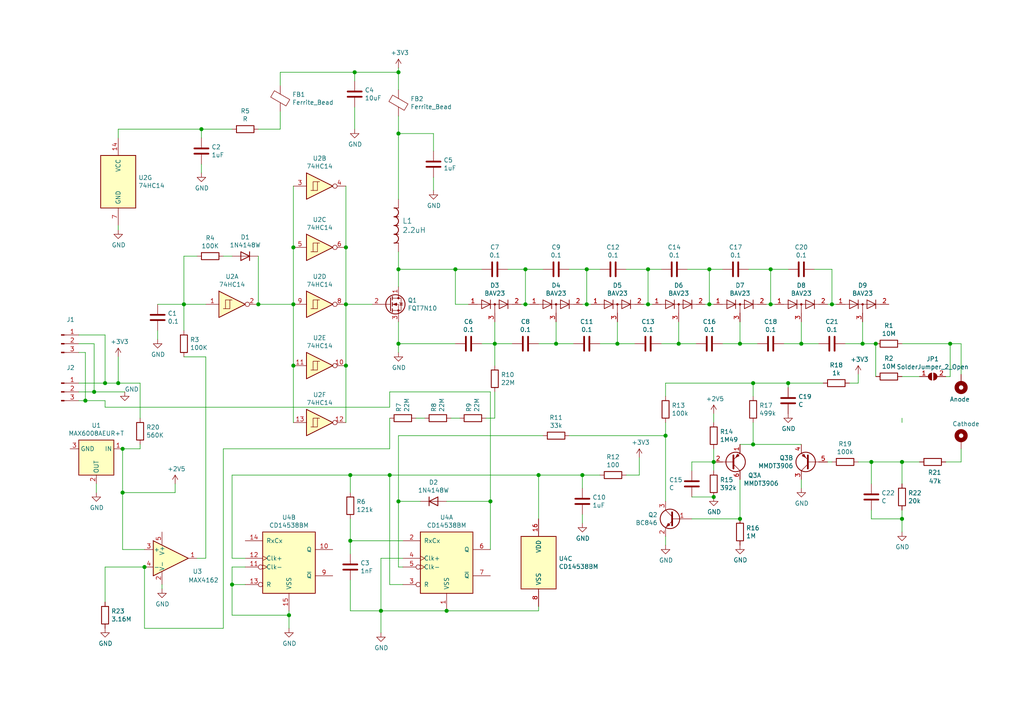
<source format=kicad_sch>
(kicad_sch (version 20201015) (generator eeschema)

  (paper "A4")

  (title_block
    (title "SafePulse")
    (date "2021-01-15")
    (rev "2.0")
    (company "SafeCast")
    (comment 1 "Double Sided Version")
  )

  (lib_symbols
    (symbol "2021-01-06_02-33-04:NRS6020T2R2NMGJ" (pin_numbers hide) (pin_names (offset 1.651) hide) (in_bom yes) (on_board yes)
      (property "Reference" "L" (id 0) (at 6.985 5.08 0)
        (effects (font (size 1.524 1.524)))
      )
      (property "Value" "NRS6020T2R2NMGJ" (id 1) (at 6.985 -5.715 0)
        (effects (font (size 1.524 1.524)))
      )
      (property "Footprint" "IND_TAIYO_NRS6020_TAY" (id 2) (at 6.985 -7.239 0)
        (effects (font (size 1.524 1.524)) hide)
      )
      (property "Datasheet" "" (id 3) (at 0 0 0)
        (effects (font (size 1.524 1.524)))
      )
      (property "ki_locked" "" (id 4) (at 0 0 0)
        (effects (font (size 1.27 1.27)))
      )
      (property "ki_fp_filters" "IND_TAIYO_NRS6020_TAY" (id 5) (at 0 0 0)
        (effects (font (size 1.27 1.27)) hide)
      )
      (symbol "NRS6020T2R2NMGJ_1_1"
        (arc (start 5.08 1.27) (end 7.62 1.27) (radius (at 6.35 1.27) (length 1.27) (angles 0 180))
          (stroke (width 0.254)) (fill (type none))
        )
        (arc (start 2.54 1.27) (end 5.08 1.27) (radius (at 3.81 1.27) (length 1.27) (angles 0 180))
          (stroke (width 0.254)) (fill (type none))
        )
        (arc (start 7.62 1.27) (end 10.16 1.27) (radius (at 8.89 1.27) (length 1.27) (angles 0 180))
          (stroke (width 0.254)) (fill (type none))
        )
        (arc (start 10.16 1.27) (end 12.7 1.27) (radius (at 11.43 1.27) (length 1.27) (angles 0 180))
          (stroke (width 0.254)) (fill (type none))
        )
        (polyline
          (pts
            (xy 5.08 0)
            (xy 5.08 1.27)
          )
          (stroke (width 0.2032)) (fill (type none))
        )
        (polyline
          (pts
            (xy 7.62 0)
            (xy 7.62 1.27)
          )
          (stroke (width 0.2032)) (fill (type none))
        )
        (polyline
          (pts
            (xy 12.7 0)
            (xy 12.7 1.27)
          )
          (stroke (width 0.2032)) (fill (type none))
        )
        (polyline
          (pts
            (xy 2.54 0)
            (xy 2.54 1.27)
          )
          (stroke (width 0.2032)) (fill (type none))
        )
        (polyline
          (pts
            (xy 10.16 0)
            (xy 10.16 1.27)
          )
          (stroke (width 0.2032)) (fill (type none))
        )
        (pin unspecified line (at 0 0 0) (length 2.54)
          (name "2" (effects (font (size 1.4986 1.4986))))
          (number "2" (effects (font (size 1.4986 1.4986))))
        )
        (pin unspecified line (at 15.24 0 180) (length 2.54)
          (name "1" (effects (font (size 1.4986 1.4986))))
          (number "1" (effects (font (size 1.4986 1.4986))))
        )
      )
    )
    (symbol "4xxx:4538" (pin_names (offset 1.016)) (in_bom yes) (on_board yes)
      (property "Reference" "U" (id 0) (at -7.62 8.89 0)
        (effects (font (size 1.27 1.27)))
      )
      (property "Value" "4538" (id 1) (at -7.62 -11.43 0)
        (effects (font (size 1.27 1.27)))
      )
      (property "Footprint" "" (id 2) (at 0 0 0)
        (effects (font (size 1.27 1.27)) hide)
      )
      (property "Datasheet" "https://assets.nexperia.com/documents/data-sheet/HEF4538B.pdf" (id 3) (at 0 0 0)
        (effects (font (size 1.27 1.27)) hide)
      )
      (property "ki_locked" "" (id 4) (at 0 0 0)
        (effects (font (size 1.27 1.27)))
      )
      (property "ki_keywords" "CMOS" (id 5) (at 0 0 0)
        (effects (font (size 1.27 1.27)) hide)
      )
      (property "ki_description" "Monostable" (id 6) (at 0 0 0)
        (effects (font (size 1.27 1.27)) hide)
      )
      (property "ki_fp_filters" "DIP?16*" (id 7) (at 0 0 0)
        (effects (font (size 1.27 1.27)) hide)
      )
      (symbol "4538_1_0"
        (pin power_in line (at 0 -15.24 90) (length 5.08)
          (name "VSS" (effects (font (size 1.27 1.27))))
          (number "1" (effects (font (size 1.27 1.27))))
        )
        (pin input line (at -12.7 5.08 0) (length 5.08)
          (name "RxCx" (effects (font (size 1.27 1.27))))
          (number "2" (effects (font (size 1.27 1.27))))
        )
        (pin input inverted (at -12.7 -7.62 0) (length 5.08)
          (name "R" (effects (font (size 1.27 1.27))))
          (number "3" (effects (font (size 1.27 1.27))))
        )
        (pin input clock (at -12.7 0 0) (length 5.08)
          (name "Clk+" (effects (font (size 1.27 1.27))))
          (number "4" (effects (font (size 1.27 1.27))))
        )
        (pin input inverted_clock (at -12.7 -2.54 0) (length 5.08)
          (name "Clk-" (effects (font (size 1.27 1.27))))
          (number "5" (effects (font (size 1.27 1.27))))
        )
        (pin output line (at 12.7 2.54 180) (length 5.08)
          (name "Q" (effects (font (size 1.27 1.27))))
          (number "6" (effects (font (size 1.27 1.27))))
        )
        (pin output line (at 12.7 -5.08 180) (length 5.08)
          (name "~Q" (effects (font (size 1.27 1.27))))
          (number "7" (effects (font (size 1.27 1.27))))
        )
      )
      (symbol "4538_1_1"
        (rectangle (start -7.62 7.62) (end 7.62 -10.16)
          (stroke (width 0.254)) (fill (type background))
        )
      )
      (symbol "4538_2_0"
        (pin output line (at 12.7 2.54 180) (length 5.08)
          (name "Q" (effects (font (size 1.27 1.27))))
          (number "10" (effects (font (size 1.27 1.27))))
        )
        (pin input inverted_clock (at -12.7 -2.54 0) (length 5.08)
          (name "Clk-" (effects (font (size 1.27 1.27))))
          (number "11" (effects (font (size 1.27 1.27))))
        )
        (pin input clock (at -12.7 0 0) (length 5.08)
          (name "Clk+" (effects (font (size 1.27 1.27))))
          (number "12" (effects (font (size 1.27 1.27))))
        )
        (pin input inverted (at -12.7 -7.62 0) (length 5.08)
          (name "R" (effects (font (size 1.27 1.27))))
          (number "13" (effects (font (size 1.27 1.27))))
        )
        (pin input line (at -12.7 5.08 0) (length 5.08)
          (name "RxCx" (effects (font (size 1.27 1.27))))
          (number "14" (effects (font (size 1.27 1.27))))
        )
        (pin power_in line (at 0 -15.24 90) (length 5.08)
          (name "VSS" (effects (font (size 1.27 1.27))))
          (number "15" (effects (font (size 1.27 1.27))))
        )
        (pin output line (at 12.7 -5.08 180) (length 5.08)
          (name "~Q" (effects (font (size 1.27 1.27))))
          (number "9" (effects (font (size 1.27 1.27))))
        )
      )
      (symbol "4538_2_1"
        (rectangle (start -7.62 7.62) (end 7.62 -10.16)
          (stroke (width 0.254)) (fill (type background))
        )
      )
      (symbol "4538_3_0"
        (pin power_in line (at 0 12.7 270) (length 5.08)
          (name "VDD" (effects (font (size 1.27 1.27))))
          (number "16" (effects (font (size 1.27 1.27))))
        )
        (pin power_in line (at 0 -12.7 90) (length 5.08)
          (name "VSS" (effects (font (size 1.27 1.27))))
          (number "8" (effects (font (size 1.27 1.27))))
        )
      )
      (symbol "4538_3_1"
        (rectangle (start -5.08 7.62) (end 5.08 -7.62)
          (stroke (width 0.254)) (fill (type background))
        )
      )
    )
    (symbol "74xx:74HC14" (pin_names (offset 1.016)) (in_bom yes) (on_board yes)
      (property "Reference" "U" (id 0) (at 0 1.27 0)
        (effects (font (size 1.27 1.27)))
      )
      (property "Value" "74HC14" (id 1) (at 0 -1.27 0)
        (effects (font (size 1.27 1.27)))
      )
      (property "Footprint" "" (id 2) (at 0 0 0)
        (effects (font (size 1.27 1.27)) hide)
      )
      (property "Datasheet" "http://www.ti.com/lit/gpn/sn74HC14" (id 3) (at 0 0 0)
        (effects (font (size 1.27 1.27)) hide)
      )
      (property "ki_locked" "" (id 4) (at 0 0 0)
        (effects (font (size 1.27 1.27)))
      )
      (property "ki_keywords" "HCMOS not inverter" (id 5) (at 0 0 0)
        (effects (font (size 1.27 1.27)) hide)
      )
      (property "ki_description" "Hex inverter schmitt trigger" (id 6) (at 0 0 0)
        (effects (font (size 1.27 1.27)) hide)
      )
      (property "ki_fp_filters" "DIP*W7.62mm*" (id 7) (at 0 0 0)
        (effects (font (size 1.27 1.27)) hide)
      )
      (symbol "74HC14_1_0"
        (polyline
          (pts
            (xy -3.81 3.81)
            (xy -3.81 -3.81)
            (xy 3.81 0)
            (xy -3.81 3.81)
          )
          (stroke (width 0.254)) (fill (type background))
        )
        (pin input line (at -7.62 0 0) (length 3.81)
          (name "~" (effects (font (size 1.27 1.27))))
          (number "1" (effects (font (size 1.27 1.27))))
        )
        (pin output inverted (at 7.62 0 180) (length 3.81)
          (name "~" (effects (font (size 1.27 1.27))))
          (number "2" (effects (font (size 1.27 1.27))))
        )
      )
      (symbol "74HC14_1_1"
        (polyline
          (pts
            (xy -1.905 -1.27)
            (xy -1.905 1.27)
            (xy -0.635 1.27)
          )
          (stroke (width 0)) (fill (type none))
        )
        (polyline
          (pts
            (xy -2.54 -1.27)
            (xy -0.635 -1.27)
            (xy -0.635 1.27)
            (xy 0 1.27)
          )
          (stroke (width 0)) (fill (type none))
        )
      )
      (symbol "74HC14_2_0"
        (polyline
          (pts
            (xy -3.81 3.81)
            (xy -3.81 -3.81)
            (xy 3.81 0)
            (xy -3.81 3.81)
          )
          (stroke (width 0.254)) (fill (type background))
        )
        (pin input line (at -7.62 0 0) (length 3.81)
          (name "~" (effects (font (size 1.27 1.27))))
          (number "3" (effects (font (size 1.27 1.27))))
        )
        (pin output inverted (at 7.62 0 180) (length 3.81)
          (name "~" (effects (font (size 1.27 1.27))))
          (number "4" (effects (font (size 1.27 1.27))))
        )
      )
      (symbol "74HC14_2_1"
        (polyline
          (pts
            (xy -1.905 -1.27)
            (xy -1.905 1.27)
            (xy -0.635 1.27)
          )
          (stroke (width 0)) (fill (type none))
        )
        (polyline
          (pts
            (xy -2.54 -1.27)
            (xy -0.635 -1.27)
            (xy -0.635 1.27)
            (xy 0 1.27)
          )
          (stroke (width 0)) (fill (type none))
        )
      )
      (symbol "74HC14_3_0"
        (polyline
          (pts
            (xy -3.81 3.81)
            (xy -3.81 -3.81)
            (xy 3.81 0)
            (xy -3.81 3.81)
          )
          (stroke (width 0.254)) (fill (type background))
        )
        (pin input line (at -7.62 0 0) (length 3.81)
          (name "~" (effects (font (size 1.27 1.27))))
          (number "5" (effects (font (size 1.27 1.27))))
        )
        (pin output inverted (at 7.62 0 180) (length 3.81)
          (name "~" (effects (font (size 1.27 1.27))))
          (number "6" (effects (font (size 1.27 1.27))))
        )
      )
      (symbol "74HC14_3_1"
        (polyline
          (pts
            (xy -1.905 -1.27)
            (xy -1.905 1.27)
            (xy -0.635 1.27)
          )
          (stroke (width 0)) (fill (type none))
        )
        (polyline
          (pts
            (xy -2.54 -1.27)
            (xy -0.635 -1.27)
            (xy -0.635 1.27)
            (xy 0 1.27)
          )
          (stroke (width 0)) (fill (type none))
        )
      )
      (symbol "74HC14_4_0"
        (polyline
          (pts
            (xy -3.81 3.81)
            (xy -3.81 -3.81)
            (xy 3.81 0)
            (xy -3.81 3.81)
          )
          (stroke (width 0.254)) (fill (type background))
        )
        (pin output inverted (at 7.62 0 180) (length 3.81)
          (name "~" (effects (font (size 1.27 1.27))))
          (number "8" (effects (font (size 1.27 1.27))))
        )
        (pin input line (at -7.62 0 0) (length 3.81)
          (name "~" (effects (font (size 1.27 1.27))))
          (number "9" (effects (font (size 1.27 1.27))))
        )
      )
      (symbol "74HC14_4_1"
        (polyline
          (pts
            (xy -1.905 -1.27)
            (xy -1.905 1.27)
            (xy -0.635 1.27)
          )
          (stroke (width 0)) (fill (type none))
        )
        (polyline
          (pts
            (xy -2.54 -1.27)
            (xy -0.635 -1.27)
            (xy -0.635 1.27)
            (xy 0 1.27)
          )
          (stroke (width 0)) (fill (type none))
        )
      )
      (symbol "74HC14_5_0"
        (polyline
          (pts
            (xy -3.81 3.81)
            (xy -3.81 -3.81)
            (xy 3.81 0)
            (xy -3.81 3.81)
          )
          (stroke (width 0.254)) (fill (type background))
        )
        (pin output inverted (at 7.62 0 180) (length 3.81)
          (name "~" (effects (font (size 1.27 1.27))))
          (number "10" (effects (font (size 1.27 1.27))))
        )
        (pin input line (at -7.62 0 0) (length 3.81)
          (name "~" (effects (font (size 1.27 1.27))))
          (number "11" (effects (font (size 1.27 1.27))))
        )
      )
      (symbol "74HC14_5_1"
        (polyline
          (pts
            (xy -1.905 -1.27)
            (xy -1.905 1.27)
            (xy -0.635 1.27)
          )
          (stroke (width 0)) (fill (type none))
        )
        (polyline
          (pts
            (xy -2.54 -1.27)
            (xy -0.635 -1.27)
            (xy -0.635 1.27)
            (xy 0 1.27)
          )
          (stroke (width 0)) (fill (type none))
        )
      )
      (symbol "74HC14_6_0"
        (polyline
          (pts
            (xy -3.81 3.81)
            (xy -3.81 -3.81)
            (xy 3.81 0)
            (xy -3.81 3.81)
          )
          (stroke (width 0.254)) (fill (type background))
        )
        (pin output inverted (at 7.62 0 180) (length 3.81)
          (name "~" (effects (font (size 1.27 1.27))))
          (number "12" (effects (font (size 1.27 1.27))))
        )
        (pin input line (at -7.62 0 0) (length 3.81)
          (name "~" (effects (font (size 1.27 1.27))))
          (number "13" (effects (font (size 1.27 1.27))))
        )
      )
      (symbol "74HC14_6_1"
        (polyline
          (pts
            (xy -1.905 -1.27)
            (xy -1.905 1.27)
            (xy -0.635 1.27)
          )
          (stroke (width 0)) (fill (type none))
        )
        (polyline
          (pts
            (xy -2.54 -1.27)
            (xy -0.635 -1.27)
            (xy -0.635 1.27)
            (xy 0 1.27)
          )
          (stroke (width 0)) (fill (type none))
        )
      )
      (symbol "74HC14_7_0"
        (pin power_in line (at 0 12.7 270) (length 5.08)
          (name "VCC" (effects (font (size 1.27 1.27))))
          (number "14" (effects (font (size 1.27 1.27))))
        )
        (pin power_in line (at 0 -12.7 90) (length 5.08)
          (name "GND" (effects (font (size 1.27 1.27))))
          (number "7" (effects (font (size 1.27 1.27))))
        )
      )
      (symbol "74HC14_7_1"
        (rectangle (start -5.08 7.62) (end 5.08 -7.62)
          (stroke (width 0.254)) (fill (type background))
        )
      )
    )
    (symbol "Amplifier_Operational:TLV2371DBV" (pin_names (offset 0.127)) (in_bom yes) (on_board yes)
      (property "Reference" "U" (id 0) (at -1.27 6.35 0)
        (effects (font (size 1.27 1.27)) (justify left))
      )
      (property "Value" "TLV2371DBV" (id 1) (at -1.27 3.81 0)
        (effects (font (size 1.27 1.27)) (justify left))
      )
      (property "Footprint" "Package_TO_SOT_SMD:SOT-23-5" (id 2) (at -2.54 -5.08 0)
        (effects (font (size 1.27 1.27)) (justify left) hide)
      )
      (property "Datasheet" "http://www.ti.com/lit/ds/symlink/tlv2375.pdf" (id 3) (at 0 5.08 0)
        (effects (font (size 1.27 1.27)) hide)
      )
      (property "ki_keywords" "single opamp" (id 4) (at 0 0 0)
        (effects (font (size 1.27 1.27)) hide)
      )
      (property "ki_description" "Rail-to-Rail Input/Output Operational Amplifier, SOT-23-5" (id 5) (at 0 0 0)
        (effects (font (size 1.27 1.27)) hide)
      )
      (property "ki_fp_filters" "SOT?23*" (id 6) (at 0 0 0)
        (effects (font (size 1.27 1.27)) hide)
      )
      (symbol "TLV2371DBV_0_1"
        (polyline
          (pts
            (xy -5.08 5.08)
            (xy 5.08 0)
            (xy -5.08 -5.08)
            (xy -5.08 5.08)
          )
          (stroke (width 0.254)) (fill (type background))
        )
        (pin power_in line (at -2.54 -7.62 90) (length 3.81)
          (name "V-" (effects (font (size 1.27 1.27))))
          (number "2" (effects (font (size 1.27 1.27))))
        )
        (pin power_in line (at -2.54 7.62 270) (length 3.81)
          (name "V+" (effects (font (size 1.27 1.27))))
          (number "5" (effects (font (size 1.27 1.27))))
        )
      )
      (symbol "TLV2371DBV_1_1"
        (pin output line (at 7.62 0 180) (length 2.54)
          (name "~" (effects (font (size 1.27 1.27))))
          (number "1" (effects (font (size 1.27 1.27))))
        )
        (pin input line (at -7.62 2.54 0) (length 2.54)
          (name "+" (effects (font (size 1.27 1.27))))
          (number "3" (effects (font (size 1.27 1.27))))
        )
        (pin input line (at -7.62 -2.54 0) (length 2.54)
          (name "-" (effects (font (size 1.27 1.27))))
          (number "4" (effects (font (size 1.27 1.27))))
        )
      )
    )
    (symbol "Connector:Conn_01x03_Male" (pin_names (offset 1.016) hide) (in_bom yes) (on_board yes)
      (property "Reference" "J" (id 0) (at 0 5.08 0)
        (effects (font (size 1.27 1.27)))
      )
      (property "Value" "Conn_01x03_Male" (id 1) (at 0 -5.08 0)
        (effects (font (size 1.27 1.27)))
      )
      (property "Footprint" "" (id 2) (at 0 0 0)
        (effects (font (size 1.27 1.27)) hide)
      )
      (property "Datasheet" "~" (id 3) (at 0 0 0)
        (effects (font (size 1.27 1.27)) hide)
      )
      (property "ki_keywords" "connector" (id 4) (at 0 0 0)
        (effects (font (size 1.27 1.27)) hide)
      )
      (property "ki_description" "Generic connector, single row, 01x03, script generated (kicad-library-utils/schlib/autogen/connector/)" (id 5) (at 0 0 0)
        (effects (font (size 1.27 1.27)) hide)
      )
      (property "ki_fp_filters" "Connector*:*_1x??_*" (id 6) (at 0 0 0)
        (effects (font (size 1.27 1.27)) hide)
      )
      (symbol "Conn_01x03_Male_1_1"
        (rectangle (start 0.8636 -2.413) (end 0 -2.667)
          (stroke (width 0.1524)) (fill (type outline))
        )
        (rectangle (start 0.8636 0.127) (end 0 -0.127)
          (stroke (width 0.1524)) (fill (type outline))
        )
        (rectangle (start 0.8636 2.667) (end 0 2.413)
          (stroke (width 0.1524)) (fill (type outline))
        )
        (polyline
          (pts
            (xy 1.27 -2.54)
            (xy 0.8636 -2.54)
          )
          (stroke (width 0.1524)) (fill (type none))
        )
        (polyline
          (pts
            (xy 1.27 0)
            (xy 0.8636 0)
          )
          (stroke (width 0.1524)) (fill (type none))
        )
        (polyline
          (pts
            (xy 1.27 2.54)
            (xy 0.8636 2.54)
          )
          (stroke (width 0.1524)) (fill (type none))
        )
        (pin passive line (at 5.08 2.54 180) (length 3.81)
          (name "Pin_1" (effects (font (size 1.27 1.27))))
          (number "1" (effects (font (size 1.27 1.27))))
        )
        (pin passive line (at 5.08 0 180) (length 3.81)
          (name "Pin_2" (effects (font (size 1.27 1.27))))
          (number "2" (effects (font (size 1.27 1.27))))
        )
        (pin passive line (at 5.08 -2.54 180) (length 3.81)
          (name "Pin_3" (effects (font (size 1.27 1.27))))
          (number "3" (effects (font (size 1.27 1.27))))
        )
      )
    )
    (symbol "Device:C" (pin_numbers hide) (pin_names (offset 0.254)) (in_bom yes) (on_board yes)
      (property "Reference" "C" (id 0) (at 0.635 2.54 0)
        (effects (font (size 1.27 1.27)) (justify left))
      )
      (property "Value" "C" (id 1) (at 0.635 -2.54 0)
        (effects (font (size 1.27 1.27)) (justify left))
      )
      (property "Footprint" "" (id 2) (at 0.9652 -3.81 0)
        (effects (font (size 1.27 1.27)) hide)
      )
      (property "Datasheet" "~" (id 3) (at 0 0 0)
        (effects (font (size 1.27 1.27)) hide)
      )
      (property "ki_keywords" "cap capacitor" (id 4) (at 0 0 0)
        (effects (font (size 1.27 1.27)) hide)
      )
      (property "ki_description" "Unpolarized capacitor" (id 5) (at 0 0 0)
        (effects (font (size 1.27 1.27)) hide)
      )
      (property "ki_fp_filters" "C_*" (id 6) (at 0 0 0)
        (effects (font (size 1.27 1.27)) hide)
      )
      (symbol "C_0_1"
        (polyline
          (pts
            (xy -2.032 -0.762)
            (xy 2.032 -0.762)
          )
          (stroke (width 0.508)) (fill (type none))
        )
        (polyline
          (pts
            (xy -2.032 0.762)
            (xy 2.032 0.762)
          )
          (stroke (width 0.508)) (fill (type none))
        )
      )
      (symbol "C_1_1"
        (pin passive line (at 0 3.81 270) (length 2.794)
          (name "~" (effects (font (size 1.27 1.27))))
          (number "1" (effects (font (size 1.27 1.27))))
        )
        (pin passive line (at 0 -3.81 90) (length 2.794)
          (name "~" (effects (font (size 1.27 1.27))))
          (number "2" (effects (font (size 1.27 1.27))))
        )
      )
    )
    (symbol "Device:Ferrite_Bead" (pin_numbers hide) (pin_names (offset 0)) (in_bom yes) (on_board yes)
      (property "Reference" "FB" (id 0) (at -3.81 0.635 90)
        (effects (font (size 1.27 1.27)))
      )
      (property "Value" "Ferrite_Bead" (id 1) (at 3.81 0 90)
        (effects (font (size 1.27 1.27)))
      )
      (property "Footprint" "" (id 2) (at -1.778 0 90)
        (effects (font (size 1.27 1.27)) hide)
      )
      (property "Datasheet" "~" (id 3) (at 0 0 0)
        (effects (font (size 1.27 1.27)) hide)
      )
      (property "ki_keywords" "L ferrite bead inductor filter" (id 4) (at 0 0 0)
        (effects (font (size 1.27 1.27)) hide)
      )
      (property "ki_description" "Ferrite bead" (id 5) (at 0 0 0)
        (effects (font (size 1.27 1.27)) hide)
      )
      (property "ki_fp_filters" "Inductor_* L_* *Ferrite*" (id 6) (at 0 0 0)
        (effects (font (size 1.27 1.27)) hide)
      )
      (symbol "Ferrite_Bead_0_1"
        (polyline
          (pts
            (xy 0 -1.27)
            (xy 0 -1.2192)
          )
          (stroke (width 0)) (fill (type none))
        )
        (polyline
          (pts
            (xy 0 1.27)
            (xy 0 1.2954)
          )
          (stroke (width 0)) (fill (type none))
        )
        (polyline
          (pts
            (xy -2.7686 0.4064)
            (xy -1.7018 2.2606)
            (xy 2.7686 -0.3048)
            (xy 1.6764 -2.159)
            (xy -2.7686 0.4064)
          )
          (stroke (width 0)) (fill (type none))
        )
      )
      (symbol "Ferrite_Bead_1_1"
        (pin passive line (at 0 3.81 270) (length 2.54)
          (name "~" (effects (font (size 1.27 1.27))))
          (number "1" (effects (font (size 1.27 1.27))))
        )
        (pin passive line (at 0 -3.81 90) (length 2.54)
          (name "~" (effects (font (size 1.27 1.27))))
          (number "2" (effects (font (size 1.27 1.27))))
        )
      )
    )
    (symbol "Device:R" (pin_numbers hide) (pin_names (offset 0)) (in_bom yes) (on_board yes)
      (property "Reference" "R" (id 0) (at 2.032 0 90)
        (effects (font (size 1.27 1.27)))
      )
      (property "Value" "R" (id 1) (at 0 0 90)
        (effects (font (size 1.27 1.27)))
      )
      (property "Footprint" "" (id 2) (at -1.778 0 90)
        (effects (font (size 1.27 1.27)) hide)
      )
      (property "Datasheet" "~" (id 3) (at 0 0 0)
        (effects (font (size 1.27 1.27)) hide)
      )
      (property "ki_keywords" "R res resistor" (id 4) (at 0 0 0)
        (effects (font (size 1.27 1.27)) hide)
      )
      (property "ki_description" "Resistor" (id 5) (at 0 0 0)
        (effects (font (size 1.27 1.27)) hide)
      )
      (property "ki_fp_filters" "R_*" (id 6) (at 0 0 0)
        (effects (font (size 1.27 1.27)) hide)
      )
      (symbol "R_0_1"
        (rectangle (start -1.016 -2.54) (end 1.016 2.54)
          (stroke (width 0.254)) (fill (type none))
        )
      )
      (symbol "R_1_1"
        (pin passive line (at 0 3.81 270) (length 1.27)
          (name "~" (effects (font (size 1.27 1.27))))
          (number "1" (effects (font (size 1.27 1.27))))
        )
        (pin passive line (at 0 -3.81 90) (length 1.27)
          (name "~" (effects (font (size 1.27 1.27))))
          (number "2" (effects (font (size 1.27 1.27))))
        )
      )
    )
    (symbol "Diode:1N4148W" (pin_numbers hide) (pin_names (offset 1.016) hide) (in_bom yes) (on_board yes)
      (property "Reference" "D" (id 0) (at 0 2.54 0)
        (effects (font (size 1.27 1.27)))
      )
      (property "Value" "1N4148W" (id 1) (at 0 -2.54 0)
        (effects (font (size 1.27 1.27)))
      )
      (property "Footprint" "Diode_SMD:D_SOD-123" (id 2) (at 0 -4.445 0)
        (effects (font (size 1.27 1.27)) hide)
      )
      (property "Datasheet" "https://www.vishay.com/docs/85748/1n4148w.pdf" (id 3) (at 0 0 0)
        (effects (font (size 1.27 1.27)) hide)
      )
      (property "ki_keywords" "diode" (id 4) (at 0 0 0)
        (effects (font (size 1.27 1.27)) hide)
      )
      (property "ki_description" "75V 0.15A Fast Switching Diode, SOD-123" (id 5) (at 0 0 0)
        (effects (font (size 1.27 1.27)) hide)
      )
      (property "ki_fp_filters" "D*SOD?123*" (id 6) (at 0 0 0)
        (effects (font (size 1.27 1.27)) hide)
      )
      (symbol "1N4148W_0_1"
        (polyline
          (pts
            (xy -1.27 1.27)
            (xy -1.27 -1.27)
          )
          (stroke (width 0.254)) (fill (type none))
        )
        (polyline
          (pts
            (xy 1.27 0)
            (xy -1.27 0)
          )
          (stroke (width 0)) (fill (type none))
        )
        (polyline
          (pts
            (xy 1.27 1.27)
            (xy 1.27 -1.27)
            (xy -1.27 0)
            (xy 1.27 1.27)
          )
          (stroke (width 0.254)) (fill (type none))
        )
      )
      (symbol "1N4148W_1_1"
        (pin passive line (at -3.81 0 0) (length 2.54)
          (name "K" (effects (font (size 1.27 1.27))))
          (number "1" (effects (font (size 1.27 1.27))))
        )
        (pin passive line (at 3.81 0 180) (length 2.54)
          (name "A" (effects (font (size 1.27 1.27))))
          (number "2" (effects (font (size 1.27 1.27))))
        )
      )
    )
    (symbol "Diode:BAV99" (pin_names hide) (in_bom yes) (on_board yes)
      (property "Reference" "D" (id 0) (at 0 5.08 0)
        (effects (font (size 1.27 1.27)))
      )
      (property "Value" "BAV99" (id 1) (at 0 2.54 0)
        (effects (font (size 1.27 1.27)))
      )
      (property "Footprint" "Package_TO_SOT_SMD:SOT-23" (id 2) (at 0 -12.7 0)
        (effects (font (size 1.27 1.27)) hide)
      )
      (property "Datasheet" "https://assets.nexperia.com/documents/data-sheet/BAV99_SER.pdf" (id 3) (at 0 0 0)
        (effects (font (size 1.27 1.27)) hide)
      )
      (property "ki_keywords" "diode" (id 4) (at 0 0 0)
        (effects (font (size 1.27 1.27)) hide)
      )
      (property "ki_description" "BAV99 High-speed switching diodes, SOT-23" (id 5) (at 0 0 0)
        (effects (font (size 1.27 1.27)) hide)
      )
      (property "ki_fp_filters" "SOT?23*" (id 6) (at 0 0 0)
        (effects (font (size 1.27 1.27)) hide)
      )
      (symbol "BAV99_0_1"
        (polyline
          (pts
            (xy -5.08 0)
            (xy 5.08 0)
          )
          (stroke (width 0)) (fill (type none))
        )
      )
      (symbol "BAV99_1_1"
        (circle (center 0 0) (radius 0.254) (stroke (width 0)) (fill (type outline)))
        (polyline
          (pts
            (xy 0 0)
            (xy 0 -2.54)
          )
          (stroke (width 0)) (fill (type none))
        )
        (polyline
          (pts
            (xy -1.27 -1.27)
            (xy -1.27 1.27)
            (xy -1.27 1.27)
          )
          (stroke (width 0.2032)) (fill (type none))
        )
        (polyline
          (pts
            (xy 3.81 1.27)
            (xy 3.81 -1.27)
            (xy 3.81 -1.27)
          )
          (stroke (width 0.2032)) (fill (type none))
        )
        (polyline
          (pts
            (xy -3.81 1.27)
            (xy -1.27 0)
            (xy -3.81 -1.27)
            (xy -3.81 1.27)
            (xy -3.81 1.27)
            (xy -3.81 1.27)
          )
          (stroke (width 0.2032)) (fill (type none))
        )
        (polyline
          (pts
            (xy 1.27 1.27)
            (xy 3.81 0)
            (xy 1.27 -1.27)
            (xy 1.27 1.27)
            (xy 1.27 1.27)
            (xy 1.27 1.27)
          )
          (stroke (width 0.2032)) (fill (type none))
        )
        (pin passive line (at -7.62 0 0) (length 2.54)
          (name "K" (effects (font (size 1.27 1.27))))
          (number "1" (effects (font (size 1.27 1.27))))
        )
        (pin passive line (at 7.62 0 180) (length 2.54)
          (name "A" (effects (font (size 1.27 1.27))))
          (number "2" (effects (font (size 1.27 1.27))))
        )
        (pin passive line (at 0 -5.08 90) (length 2.54)
          (name "K" (effects (font (size 1.27 1.27))))
          (number "3" (effects (font (size 1.27 1.27))))
        )
      )
    )
    (symbol "Jumper:SolderJumper_2_Open" (pin_names (offset 0) hide) (in_bom yes) (on_board yes)
      (property "Reference" "JP" (id 0) (at 0 2.032 0)
        (effects (font (size 1.27 1.27)))
      )
      (property "Value" "SolderJumper_2_Open" (id 1) (at 0 -2.54 0)
        (effects (font (size 1.27 1.27)))
      )
      (property "Footprint" "" (id 2) (at 0 0 0)
        (effects (font (size 1.27 1.27)) hide)
      )
      (property "Datasheet" "~" (id 3) (at 0 0 0)
        (effects (font (size 1.27 1.27)) hide)
      )
      (property "ki_keywords" "solder jumper SPST" (id 4) (at 0 0 0)
        (effects (font (size 1.27 1.27)) hide)
      )
      (property "ki_description" "Solder Jumper, 2-pole, open" (id 5) (at 0 0 0)
        (effects (font (size 1.27 1.27)) hide)
      )
      (property "ki_fp_filters" "SolderJumper*Open*" (id 6) (at 0 0 0)
        (effects (font (size 1.27 1.27)) hide)
      )
      (symbol "SolderJumper_2_Open_0_1"
        (arc (start -0.254 1.016) (end -0.254 -1.016) (radius (at -0.254 0) (length 1.016) (angles 90.1 -90.1))
          (stroke (width 0)) (fill (type none))
        )
        (arc (start -0.254 1.016) (end -0.254 -1.016) (radius (at -0.254 0) (length 1.016) (angles 90.1 -90.1))
          (stroke (width 0)) (fill (type outline))
        )
        (arc (start 0.254 -1.016) (end 0.254 1.016) (radius (at 0.254 0) (length 1.016) (angles -89.9 89.9))
          (stroke (width 0)) (fill (type none))
        )
        (arc (start 0.254 -1.016) (end 0.254 1.016) (radius (at 0.254 0) (length 1.016) (angles -89.9 89.9))
          (stroke (width 0)) (fill (type outline))
        )
        (polyline
          (pts
            (xy -0.254 1.016)
            (xy -0.254 -1.016)
          )
          (stroke (width 0)) (fill (type none))
        )
        (polyline
          (pts
            (xy 0.254 1.016)
            (xy 0.254 -1.016)
          )
          (stroke (width 0)) (fill (type none))
        )
      )
      (symbol "SolderJumper_2_Open_1_1"
        (pin passive line (at -3.81 0 0) (length 2.54)
          (name "A" (effects (font (size 1.27 1.27))))
          (number "1" (effects (font (size 1.27 1.27))))
        )
        (pin passive line (at 3.81 0 180) (length 2.54)
          (name "B" (effects (font (size 1.27 1.27))))
          (number "2" (effects (font (size 1.27 1.27))))
        )
      )
    )
    (symbol "Mechanical:MountingHole_Pad" (pin_numbers hide) (pin_names (offset 1.016) hide) (in_bom yes) (on_board yes)
      (property "Reference" "H" (id 0) (at 0 6.35 0)
        (effects (font (size 1.27 1.27)))
      )
      (property "Value" "MountingHole_Pad" (id 1) (at 0 4.445 0)
        (effects (font (size 1.27 1.27)))
      )
      (property "Footprint" "" (id 2) (at 0 0 0)
        (effects (font (size 1.27 1.27)) hide)
      )
      (property "Datasheet" "~" (id 3) (at 0 0 0)
        (effects (font (size 1.27 1.27)) hide)
      )
      (property "ki_keywords" "mounting hole" (id 4) (at 0 0 0)
        (effects (font (size 1.27 1.27)) hide)
      )
      (property "ki_description" "Mounting Hole with connection" (id 5) (at 0 0 0)
        (effects (font (size 1.27 1.27)) hide)
      )
      (property "ki_fp_filters" "MountingHole*Pad*" (id 6) (at 0 0 0)
        (effects (font (size 1.27 1.27)) hide)
      )
      (symbol "MountingHole_Pad_0_1"
        (circle (center 0 1.27) (radius 1.27) (stroke (width 1.27)) (fill (type none)))
      )
      (symbol "MountingHole_Pad_1_1"
        (pin input line (at 0 -2.54 90) (length 2.54)
          (name "1" (effects (font (size 1.27 1.27))))
          (number "1" (effects (font (size 1.27 1.27))))
        )
      )
    )
    (symbol "Reference_Voltage:MAX6035xxUR30" (in_bom yes) (on_board yes)
      (property "Reference" "U" (id 0) (at 0 6.35 0)
        (effects (font (size 1.27 1.27)))
      )
      (property "Value" "MAX6035xxUR30" (id 1) (at 2.54 -6.35 0)
        (effects (font (size 1.27 1.27)))
      )
      (property "Footprint" "Package_TO_SOT_SMD:SOT-23" (id 2) (at 2.54 -7.62 0)
        (effects (font (size 1.27 1.27) italic) hide)
      )
      (property "Datasheet" "https://datasheets.maximintegrated.com/en/ds/MAX6035.pdf" (id 3) (at 2.54 -8.89 0)
        (effects (font (size 1.27 1.27) italic) hide)
      )
      (property "ki_keywords" "vref" (id 4) (at 0 0 0)
        (effects (font (size 1.27 1.27)) hide)
      )
      (property "ki_description" "3V, High-Supply-Voltage, Precision Voltage Reference, SOT-23" (id 5) (at 0 0 0)
        (effects (font (size 1.27 1.27)) hide)
      )
      (property "ki_fp_filters" "SOT?23*" (id 6) (at 0 0 0)
        (effects (font (size 1.27 1.27)) hide)
      )
      (symbol "MAX6035xxUR30_0_1"
        (rectangle (start -5.08 5.08) (end 5.08 -5.08)
          (stroke (width 0.254)) (fill (type background))
        )
      )
      (symbol "MAX6035xxUR30_1_1"
        (pin power_in line (at -2.54 7.62 270) (length 2.54)
          (name "IN" (effects (font (size 1.27 1.27))))
          (number "1" (effects (font (size 1.27 1.27))))
        )
        (pin power_out line (at 7.62 0 180) (length 2.54)
          (name "OUT" (effects (font (size 1.27 1.27))))
          (number "2" (effects (font (size 1.27 1.27))))
        )
        (pin power_in line (at -2.54 -7.62 90) (length 2.54)
          (name "GND" (effects (font (size 1.27 1.27))))
          (number "3" (effects (font (size 1.27 1.27))))
        )
      )
    )
    (symbol "Transistor_BJT:BC846" (pin_names (offset 0) hide) (in_bom yes) (on_board yes)
      (property "Reference" "Q" (id 0) (at 5.08 1.905 0)
        (effects (font (size 1.27 1.27)) (justify left))
      )
      (property "Value" "BC846" (id 1) (at 5.08 0 0)
        (effects (font (size 1.27 1.27)) (justify left))
      )
      (property "Footprint" "Package_TO_SOT_SMD:SOT-23" (id 2) (at 5.08 -1.905 0)
        (effects (font (size 1.27 1.27) italic) (justify left) hide)
      )
      (property "Datasheet" "https://assets.nexperia.com/documents/data-sheet/BC846_SER.pdf" (id 3) (at 0 0 0)
        (effects (font (size 1.27 1.27)) (justify left) hide)
      )
      (property "ki_keywords" "NPN Transistor" (id 4) (at 0 0 0)
        (effects (font (size 1.27 1.27)) hide)
      )
      (property "ki_description" "0.1A Ic, 65V Vce, NPN Transistor, SOT-23" (id 5) (at 0 0 0)
        (effects (font (size 1.27 1.27)) hide)
      )
      (property "ki_fp_filters" "SOT?23*" (id 6) (at 0 0 0)
        (effects (font (size 1.27 1.27)) hide)
      )
      (symbol "BC846_0_1"
        (circle (center 1.27 0) (radius 2.8194) (stroke (width 0.254)) (fill (type none)))
        (polyline
          (pts
            (xy 0.635 0.635)
            (xy 2.54 2.54)
          )
          (stroke (width 0)) (fill (type none))
        )
        (polyline
          (pts
            (xy 0.635 -0.635)
            (xy 2.54 -2.54)
            (xy 2.54 -2.54)
          )
          (stroke (width 0)) (fill (type none))
        )
        (polyline
          (pts
            (xy 0.635 1.905)
            (xy 0.635 -1.905)
            (xy 0.635 -1.905)
          )
          (stroke (width 0.508)) (fill (type none))
        )
        (polyline
          (pts
            (xy 1.27 -1.778)
            (xy 1.778 -1.27)
            (xy 2.286 -2.286)
            (xy 1.27 -1.778)
            (xy 1.27 -1.778)
          )
          (stroke (width 0)) (fill (type outline))
        )
      )
      (symbol "BC846_1_1"
        (pin input line (at -5.08 0 0) (length 5.715)
          (name "B" (effects (font (size 1.27 1.27))))
          (number "1" (effects (font (size 1.27 1.27))))
        )
        (pin passive line (at 2.54 -5.08 90) (length 2.54)
          (name "E" (effects (font (size 1.27 1.27))))
          (number "2" (effects (font (size 1.27 1.27))))
        )
        (pin passive line (at 2.54 5.08 270) (length 2.54)
          (name "C" (effects (font (size 1.27 1.27))))
          (number "3" (effects (font (size 1.27 1.27))))
        )
      )
    )
    (symbol "Transistor_BJT:MMDT3906" (pin_names (offset 0) hide) (in_bom yes) (on_board yes)
      (property "Reference" "Q" (id 0) (at 5.08 1.27 0)
        (effects (font (size 1.27 1.27)) (justify left))
      )
      (property "Value" "MMDT3906" (id 1) (at 5.08 -1.27 0)
        (effects (font (size 1.27 1.27)) (justify left))
      )
      (property "Footprint" "Package_TO_SOT_SMD:SOT-363_SC-70-6" (id 2) (at 5.08 2.54 0)
        (effects (font (size 1.27 1.27)) hide)
      )
      (property "Datasheet" "http://www.diodes.com/_files/datasheets/ds30124.pdf" (id 3) (at 0 0 0)
        (effects (font (size 1.27 1.27)) hide)
      )
      (property "ki_locked" "" (id 4) (at 0 0 0)
        (effects (font (size 1.27 1.27)))
      )
      (property "ki_keywords" "PNP/PNP Transistor" (id 5) (at 0 0 0)
        (effects (font (size 1.27 1.27)) hide)
      )
      (property "ki_description" "200mA IC, 40V Vce, Dual PNP/PNP Transistors, SOT-363" (id 6) (at 0 0 0)
        (effects (font (size 1.27 1.27)) hide)
      )
      (property "ki_fp_filters" "SOT?363*" (id 7) (at 0 0 0)
        (effects (font (size 1.27 1.27)) hide)
      )
      (symbol "MMDT3906_0_1"
        (circle (center 1.27 0) (radius 2.8194) (stroke (width 0.254)) (fill (type none)))
        (polyline
          (pts
            (xy 0.635 0)
            (xy -2.54 0)
          )
          (stroke (width 0)) (fill (type none))
        )
        (polyline
          (pts
            (xy 0.635 0.635)
            (xy 2.54 2.54)
          )
          (stroke (width 0)) (fill (type none))
        )
        (polyline
          (pts
            (xy 0.635 -0.635)
            (xy 2.54 -2.54)
            (xy 2.54 -2.54)
          )
          (stroke (width 0)) (fill (type none))
        )
        (polyline
          (pts
            (xy 0.635 1.905)
            (xy 0.635 -1.905)
            (xy 0.635 -1.905)
          )
          (stroke (width 0.508)) (fill (type none))
        )
        (polyline
          (pts
            (xy 2.286 -1.778)
            (xy 1.778 -2.286)
            (xy 1.27 -1.27)
            (xy 2.286 -1.778)
            (xy 2.286 -1.778)
          )
          (stroke (width 0)) (fill (type outline))
        )
      )
      (symbol "MMDT3906_1_1"
        (pin passive line (at 2.54 -5.08 90) (length 2.54)
          (name "E1" (effects (font (size 1.27 1.27))))
          (number "1" (effects (font (size 1.27 1.27))))
        )
        (pin input line (at -5.08 0 0) (length 2.54)
          (name "B1" (effects (font (size 1.27 1.27))))
          (number "2" (effects (font (size 1.27 1.27))))
        )
        (pin passive line (at 2.54 5.08 270) (length 2.54)
          (name "C1" (effects (font (size 1.27 1.27))))
          (number "6" (effects (font (size 1.27 1.27))))
        )
      )
      (symbol "MMDT3906_2_1"
        (pin passive line (at 2.54 5.08 270) (length 2.54)
          (name "C2" (effects (font (size 1.27 1.27))))
          (number "3" (effects (font (size 1.27 1.27))))
        )
        (pin passive line (at 2.54 -5.08 90) (length 2.54)
          (name "E2" (effects (font (size 1.27 1.27))))
          (number "4" (effects (font (size 1.27 1.27))))
        )
        (pin input line (at -5.08 0 0) (length 2.54)
          (name "B2" (effects (font (size 1.27 1.27))))
          (number "5" (effects (font (size 1.27 1.27))))
        )
      )
    )
    (symbol "Transistor_FET:IRF6655" (pin_names hide) (in_bom yes) (on_board yes)
      (property "Reference" "Q" (id 0) (at 5.08 1.905 0)
        (effects (font (size 1.27 1.27)) (justify left))
      )
      (property "Value" "IRF6655" (id 1) (at 5.08 0 0)
        (effects (font (size 1.27 1.27)) (justify left))
      )
      (property "Footprint" "Package_DirectFET:DirectFET_SH" (id 2) (at 0 0 0)
        (effects (font (size 1.27 1.27) italic) hide)
      )
      (property "Datasheet" "https://www.infineon.com/dgdl/irf6655pbf.pdf?fileId=5546d462533600a4015355ec76961a5b" (id 3) (at 0 0 0)
        (effects (font (size 1.27 1.27)) (justify left) hide)
      )
      (property "ki_keywords" "N-Channel MOSFET" (id 4) (at 0 0 0)
        (effects (font (size 1.27 1.27)) hide)
      )
      (property "ki_description" "4.2A Id, 100V Vds, 62mOhm Rds, N-Channel MOSFET, DirectFET SH" (id 5) (at 0 0 0)
        (effects (font (size 1.27 1.27)) hide)
      )
      (property "ki_fp_filters" "DirectFET*SH*" (id 6) (at 0 0 0)
        (effects (font (size 1.27 1.27)) hide)
      )
      (symbol "IRF6655_0_1"
        (circle (center 1.651 0) (radius 2.794) (stroke (width 0.254)) (fill (type none)))
        (circle (center 2.54 -1.778) (radius 0.254) (stroke (width 0)) (fill (type outline)))
        (circle (center 2.54 1.778) (radius 0.254) (stroke (width 0)) (fill (type outline)))
        (polyline
          (pts
            (xy 0.254 0)
            (xy -2.54 0)
          )
          (stroke (width 0)) (fill (type none))
        )
        (polyline
          (pts
            (xy 0.254 1.905)
            (xy 0.254 -1.905)
          )
          (stroke (width 0.254)) (fill (type none))
        )
        (polyline
          (pts
            (xy 0.762 -1.27)
            (xy 0.762 -2.286)
          )
          (stroke (width 0.254)) (fill (type none))
        )
        (polyline
          (pts
            (xy 0.762 0.508)
            (xy 0.762 -0.508)
          )
          (stroke (width 0.254)) (fill (type none))
        )
        (polyline
          (pts
            (xy 0.762 2.286)
            (xy 0.762 1.27)
          )
          (stroke (width 0.254)) (fill (type none))
        )
        (polyline
          (pts
            (xy 2.54 2.54)
            (xy 2.54 1.778)
          )
          (stroke (width 0)) (fill (type none))
        )
        (polyline
          (pts
            (xy 2.54 -2.54)
            (xy 2.54 0)
            (xy 0.762 0)
          )
          (stroke (width 0)) (fill (type none))
        )
        (polyline
          (pts
            (xy 0.762 -1.778)
            (xy 3.302 -1.778)
            (xy 3.302 1.778)
            (xy 0.762 1.778)
          )
          (stroke (width 0)) (fill (type none))
        )
        (polyline
          (pts
            (xy 1.016 0)
            (xy 2.032 0.381)
            (xy 2.032 -0.381)
            (xy 1.016 0)
          )
          (stroke (width 0)) (fill (type outline))
        )
        (polyline
          (pts
            (xy 2.794 0.508)
            (xy 2.921 0.381)
            (xy 3.683 0.381)
            (xy 3.81 0.254)
          )
          (stroke (width 0)) (fill (type none))
        )
        (polyline
          (pts
            (xy 3.302 0.381)
            (xy 2.921 -0.254)
            (xy 3.683 -0.254)
            (xy 3.302 0.381)
          )
          (stroke (width 0)) (fill (type none))
        )
      )
      (symbol "IRF6655_1_1"
        (pin passive line (at 2.54 5.08 270) (length 2.54)
          (name "D" (effects (font (size 1.27 1.27))))
          (number "1" (effects (font (size 1.27 1.27))))
        )
        (pin input line (at -5.08 0 0) (length 2.54)
          (name "G" (effects (font (size 1.27 1.27))))
          (number "2" (effects (font (size 1.27 1.27))))
        )
        (pin passive line (at 2.54 -5.08 90) (length 2.54)
          (name "S" (effects (font (size 1.27 1.27))))
          (number "3" (effects (font (size 1.27 1.27))))
        )
      )
    )
    (symbol "power:+2V5" (power) (pin_names (offset 0)) (in_bom yes) (on_board yes)
      (property "Reference" "#PWR" (id 0) (at 0 -3.81 0)
        (effects (font (size 1.27 1.27)) hide)
      )
      (property "Value" "+2V5" (id 1) (at 0 3.556 0)
        (effects (font (size 1.27 1.27)))
      )
      (property "Footprint" "" (id 2) (at 0 0 0)
        (effects (font (size 1.27 1.27)) hide)
      )
      (property "Datasheet" "" (id 3) (at 0 0 0)
        (effects (font (size 1.27 1.27)) hide)
      )
      (property "ki_keywords" "power-flag" (id 4) (at 0 0 0)
        (effects (font (size 1.27 1.27)) hide)
      )
      (property "ki_description" "Power symbol creates a global label with name \"+2V5\"" (id 5) (at 0 0 0)
        (effects (font (size 1.27 1.27)) hide)
      )
      (symbol "+2V5_0_1"
        (polyline
          (pts
            (xy -0.762 1.27)
            (xy 0 2.54)
          )
          (stroke (width 0)) (fill (type none))
        )
        (polyline
          (pts
            (xy 0 0)
            (xy 0 2.54)
          )
          (stroke (width 0)) (fill (type none))
        )
        (polyline
          (pts
            (xy 0 2.54)
            (xy 0.762 1.27)
          )
          (stroke (width 0)) (fill (type none))
        )
      )
      (symbol "+2V5_1_1"
        (pin power_in line (at 0 0 90) (length 0) hide
          (name "+2V5" (effects (font (size 1.27 1.27))))
          (number "1" (effects (font (size 1.27 1.27))))
        )
      )
    )
    (symbol "power:+3.3V" (power) (pin_names (offset 0)) (in_bom yes) (on_board yes)
      (property "Reference" "#PWR" (id 0) (at 0 -3.81 0)
        (effects (font (size 1.27 1.27)) hide)
      )
      (property "Value" "+3.3V" (id 1) (at 0 3.556 0)
        (effects (font (size 1.27 1.27)))
      )
      (property "Footprint" "" (id 2) (at 0 0 0)
        (effects (font (size 1.27 1.27)) hide)
      )
      (property "Datasheet" "" (id 3) (at 0 0 0)
        (effects (font (size 1.27 1.27)) hide)
      )
      (property "ki_keywords" "power-flag" (id 4) (at 0 0 0)
        (effects (font (size 1.27 1.27)) hide)
      )
      (property "ki_description" "Power symbol creates a global label with name \"+3.3V\"" (id 5) (at 0 0 0)
        (effects (font (size 1.27 1.27)) hide)
      )
      (symbol "+3.3V_0_1"
        (polyline
          (pts
            (xy -0.762 1.27)
            (xy 0 2.54)
          )
          (stroke (width 0)) (fill (type none))
        )
        (polyline
          (pts
            (xy 0 0)
            (xy 0 2.54)
          )
          (stroke (width 0)) (fill (type none))
        )
        (polyline
          (pts
            (xy 0 2.54)
            (xy 0.762 1.27)
          )
          (stroke (width 0)) (fill (type none))
        )
      )
      (symbol "+3.3V_1_1"
        (pin power_in line (at 0 0 90) (length 0) hide
          (name "+3V3" (effects (font (size 1.27 1.27))))
          (number "1" (effects (font (size 1.27 1.27))))
        )
      )
    )
    (symbol "power:+3V3" (power) (pin_names (offset 0)) (in_bom yes) (on_board yes)
      (property "Reference" "#PWR" (id 0) (at 0 -3.81 0)
        (effects (font (size 1.27 1.27)) hide)
      )
      (property "Value" "+3V3" (id 1) (at 0 3.556 0)
        (effects (font (size 1.27 1.27)))
      )
      (property "Footprint" "" (id 2) (at 0 0 0)
        (effects (font (size 1.27 1.27)) hide)
      )
      (property "Datasheet" "" (id 3) (at 0 0 0)
        (effects (font (size 1.27 1.27)) hide)
      )
      (property "ki_keywords" "power-flag" (id 4) (at 0 0 0)
        (effects (font (size 1.27 1.27)) hide)
      )
      (property "ki_description" "Power symbol creates a global label with name \"+3V3\"" (id 5) (at 0 0 0)
        (effects (font (size 1.27 1.27)) hide)
      )
      (symbol "+3V3_0_1"
        (polyline
          (pts
            (xy -0.762 1.27)
            (xy 0 2.54)
          )
          (stroke (width 0)) (fill (type none))
        )
        (polyline
          (pts
            (xy 0 0)
            (xy 0 2.54)
          )
          (stroke (width 0)) (fill (type none))
        )
        (polyline
          (pts
            (xy 0 2.54)
            (xy 0.762 1.27)
          )
          (stroke (width 0)) (fill (type none))
        )
      )
      (symbol "+3V3_1_1"
        (pin power_in line (at 0 0 90) (length 0) hide
          (name "+3V3" (effects (font (size 1.27 1.27))))
          (number "1" (effects (font (size 1.27 1.27))))
        )
      )
    )
    (symbol "power:GND" (power) (pin_names (offset 0)) (in_bom yes) (on_board yes)
      (property "Reference" "#PWR" (id 0) (at 0 -6.35 0)
        (effects (font (size 1.27 1.27)) hide)
      )
      (property "Value" "GND" (id 1) (at 0 -3.81 0)
        (effects (font (size 1.27 1.27)))
      )
      (property "Footprint" "" (id 2) (at 0 0 0)
        (effects (font (size 1.27 1.27)) hide)
      )
      (property "Datasheet" "" (id 3) (at 0 0 0)
        (effects (font (size 1.27 1.27)) hide)
      )
      (property "ki_keywords" "power-flag" (id 4) (at 0 0 0)
        (effects (font (size 1.27 1.27)) hide)
      )
      (property "ki_description" "Power symbol creates a global label with name \"GND\" , ground" (id 5) (at 0 0 0)
        (effects (font (size 1.27 1.27)) hide)
      )
      (symbol "GND_0_1"
        (polyline
          (pts
            (xy 0 0)
            (xy 0 -1.27)
            (xy 1.27 -1.27)
            (xy 0 -2.54)
            (xy -1.27 -1.27)
            (xy 0 -1.27)
          )
          (stroke (width 0)) (fill (type none))
        )
      )
      (symbol "GND_1_1"
        (pin power_in line (at 0 0 270) (length 0) hide
          (name "GND" (effects (font (size 1.27 1.27))))
          (number "1" (effects (font (size 1.27 1.27))))
        )
      )
    )
  )

  (junction (at 24.765 116.205) (diameter 1.016) (color 0 0 0 0))
  (junction (at 27.305 113.665) (diameter 1.016) (color 0 0 0 0))
  (junction (at 30.48 111.125) (diameter 1.016) (color 0 0 0 0))
  (junction (at 34.29 111.125) (diameter 1.016) (color 0 0 0 0))
  (junction (at 35.56 130.175) (diameter 1.016) (color 0 0 0 0))
  (junction (at 35.56 142.875) (diameter 1.016) (color 0 0 0 0))
  (junction (at 41.91 164.465) (diameter 1.016) (color 0 0 0 0))
  (junction (at 53.34 88.265) (diameter 1.016) (color 0 0 0 0))
  (junction (at 58.42 37.465) (diameter 1.016) (color 0 0 0 0))
  (junction (at 67.31 169.545) (diameter 1.016) (color 0 0 0 0))
  (junction (at 74.93 88.265) (diameter 1.016) (color 0 0 0 0))
  (junction (at 83.82 178.435) (diameter 1.016) (color 0 0 0 0))
  (junction (at 85.09 71.755) (diameter 1.016) (color 0 0 0 0))
  (junction (at 85.09 88.265) (diameter 1.016) (color 0 0 0 0))
  (junction (at 85.09 106.045) (diameter 1.016) (color 0 0 0 0))
  (junction (at 100.33 71.755) (diameter 1.016) (color 0 0 0 0))
  (junction (at 100.33 88.265) (diameter 1.016) (color 0 0 0 0))
  (junction (at 100.33 106.045) (diameter 1.016) (color 0 0 0 0))
  (junction (at 101.6 137.795) (diameter 1.016) (color 0 0 0 0))
  (junction (at 101.6 156.845) (diameter 1.016) (color 0 0 0 0))
  (junction (at 102.87 20.955) (diameter 1.016) (color 0 0 0 0))
  (junction (at 110.49 177.165) (diameter 1.016) (color 0 0 0 0))
  (junction (at 113.03 137.795) (diameter 1.016) (color 0 0 0 0))
  (junction (at 115.57 20.955) (diameter 1.016) (color 0 0 0 0))
  (junction (at 115.57 38.735) (diameter 1.016) (color 0 0 0 0))
  (junction (at 115.57 78.105) (diameter 1.016) (color 0 0 0 0))
  (junction (at 115.57 99.695) (diameter 1.016) (color 0 0 0 0))
  (junction (at 115.57 145.415) (diameter 1.016) (color 0 0 0 0))
  (junction (at 129.54 177.165) (diameter 1.016) (color 0 0 0 0))
  (junction (at 132.08 78.105) (diameter 1.016) (color 0 0 0 0))
  (junction (at 142.24 145.415) (diameter 1.016) (color 0 0 0 0))
  (junction (at 143.51 99.695) (diameter 1.016) (color 0 0 0 0))
  (junction (at 152.4 78.105) (diameter 1.016) (color 0 0 0 0))
  (junction (at 152.4 88.265) (diameter 1.016) (color 0 0 0 0))
  (junction (at 156.21 137.795) (diameter 1.016) (color 0 0 0 0))
  (junction (at 161.29 99.695) (diameter 1.016) (color 0 0 0 0))
  (junction (at 168.91 137.795) (diameter 1.016) (color 0 0 0 0))
  (junction (at 170.18 78.105) (diameter 1.016) (color 0 0 0 0))
  (junction (at 170.18 88.265) (diameter 1.016) (color 0 0 0 0))
  (junction (at 179.07 99.695) (diameter 1.016) (color 0 0 0 0))
  (junction (at 187.96 78.105) (diameter 1.016) (color 0 0 0 0))
  (junction (at 187.96 88.265) (diameter 1.016) (color 0 0 0 0))
  (junction (at 193.04 126.365) (diameter 1.016) (color 0 0 0 0))
  (junction (at 196.85 99.695) (diameter 1.016) (color 0 0 0 0))
  (junction (at 205.74 78.105) (diameter 1.016) (color 0 0 0 0))
  (junction (at 205.74 88.265) (diameter 1.016) (color 0 0 0 0))
  (junction (at 207.01 133.985) (diameter 1.016) (color 0 0 0 0))
  (junction (at 207.01 144.145) (diameter 1.016) (color 0 0 0 0))
  (junction (at 214.63 99.695) (diameter 1.016) (color 0 0 0 0))
  (junction (at 214.63 150.495) (diameter 1.016) (color 0 0 0 0))
  (junction (at 218.44 111.125) (diameter 1.016) (color 0 0 0 0))
  (junction (at 218.44 128.905) (diameter 1.016) (color 0 0 0 0))
  (junction (at 223.52 78.105) (diameter 1.016) (color 0 0 0 0))
  (junction (at 223.52 88.265) (diameter 1.016) (color 0 0 0 0))
  (junction (at 228.6 111.125) (diameter 1.016) (color 0 0 0 0))
  (junction (at 232.41 99.695) (diameter 1.016) (color 0 0 0 0))
  (junction (at 241.3 88.265) (diameter 1.016) (color 0 0 0 0))
  (junction (at 250.19 99.695) (diameter 1.016) (color 0 0 0 0))
  (junction (at 252.73 133.985) (diameter 1.016) (color 0 0 0 0))
  (junction (at 254 99.695) (diameter 1.016) (color 0 0 0 0))
  (junction (at 261.62 133.985) (diameter 1.016) (color 0 0 0 0))
  (junction (at 261.62 150.495) (diameter 1.016) (color 0 0 0 0))
  (junction (at 275.59 99.695) (diameter 1.016) (color 0 0 0 0))

  (wire (pts (xy 22.86 97.155) (xy 30.48 97.155))
    (stroke (width 0) (type solid) (color 0 0 0 0))
  )
  (wire (pts (xy 22.86 99.695) (xy 27.305 99.695))
    (stroke (width 0) (type solid) (color 0 0 0 0))
  )
  (wire (pts (xy 22.86 102.235) (xy 24.765 102.235))
    (stroke (width 0) (type solid) (color 0 0 0 0))
  )
  (wire (pts (xy 22.86 111.125) (xy 30.48 111.125))
    (stroke (width 0) (type solid) (color 0 0 0 0))
  )
  (wire (pts (xy 22.86 113.665) (xy 27.305 113.665))
    (stroke (width 0) (type solid) (color 0 0 0 0))
  )
  (wire (pts (xy 22.86 116.205) (xy 24.765 116.205))
    (stroke (width 0) (type solid) (color 0 0 0 0))
  )
  (wire (pts (xy 24.765 102.235) (xy 24.765 116.205))
    (stroke (width 0) (type solid) (color 0 0 0 0))
  )
  (wire (pts (xy 24.765 116.205) (xy 30.48 116.205))
    (stroke (width 0) (type solid) (color 0 0 0 0))
  )
  (wire (pts (xy 27.305 99.695) (xy 27.305 113.665))
    (stroke (width 0) (type solid) (color 0 0 0 0))
  )
  (wire (pts (xy 27.305 113.665) (xy 36.195 113.665))
    (stroke (width 0) (type solid) (color 0 0 0 0))
  )
  (wire (pts (xy 27.94 142.875) (xy 27.94 140.335))
    (stroke (width 0) (type solid) (color 0 0 0 0))
  )
  (wire (pts (xy 30.48 97.155) (xy 30.48 111.125))
    (stroke (width 0) (type solid) (color 0 0 0 0))
  )
  (wire (pts (xy 30.48 111.125) (xy 34.29 111.125))
    (stroke (width 0) (type solid) (color 0 0 0 0))
  )
  (wire (pts (xy 30.48 118.11) (xy 30.48 116.205))
    (stroke (width 0) (type solid) (color 0 0 0 0))
  )
  (wire (pts (xy 30.48 118.11) (xy 113.03 118.11))
    (stroke (width 0) (type solid) (color 0 0 0 0))
  )
  (wire (pts (xy 30.48 164.465) (xy 30.48 174.625))
    (stroke (width 0) (type solid) (color 0 0 0 0))
  )
  (wire (pts (xy 34.29 37.465) (xy 34.29 40.005))
    (stroke (width 0) (type solid) (color 0 0 0 0))
  )
  (wire (pts (xy 34.29 65.405) (xy 34.29 66.675))
    (stroke (width 0) (type solid) (color 0 0 0 0))
  )
  (wire (pts (xy 34.29 103.505) (xy 34.29 111.125))
    (stroke (width 0) (type solid) (color 0 0 0 0))
  )
  (wire (pts (xy 34.29 111.125) (xy 40.64 111.125))
    (stroke (width 0) (type solid) (color 0 0 0 0))
  )
  (wire (pts (xy 35.56 130.175) (xy 35.56 142.875))
    (stroke (width 0) (type solid) (color 0 0 0 0))
  )
  (wire (pts (xy 35.56 142.875) (xy 35.56 159.385))
    (stroke (width 0) (type solid) (color 0 0 0 0))
  )
  (wire (pts (xy 40.64 111.125) (xy 40.64 121.285))
    (stroke (width 0) (type solid) (color 0 0 0 0))
  )
  (wire (pts (xy 40.64 128.905) (xy 40.64 130.175))
    (stroke (width 0) (type solid) (color 0 0 0 0))
  )
  (wire (pts (xy 40.64 130.175) (xy 35.56 130.175))
    (stroke (width 0) (type solid) (color 0 0 0 0))
  )
  (wire (pts (xy 41.91 159.385) (xy 35.56 159.385))
    (stroke (width 0) (type solid) (color 0 0 0 0))
  )
  (wire (pts (xy 41.91 164.465) (xy 30.48 164.465))
    (stroke (width 0) (type solid) (color 0 0 0 0))
  )
  (wire (pts (xy 41.91 182.245) (xy 41.91 164.465))
    (stroke (width 0) (type solid) (color 0 0 0 0))
  )
  (wire (pts (xy 45.72 88.265) (xy 53.34 88.265))
    (stroke (width 0) (type solid) (color 0 0 0 0))
  )
  (wire (pts (xy 45.72 95.885) (xy 45.72 98.425))
    (stroke (width 0) (type solid) (color 0 0 0 0))
  )
  (wire (pts (xy 46.99 170.815) (xy 46.99 169.545))
    (stroke (width 0) (type solid) (color 0 0 0 0))
  )
  (wire (pts (xy 50.8 140.335) (xy 50.8 142.875))
    (stroke (width 0) (type solid) (color 0 0 0 0))
  )
  (wire (pts (xy 50.8 142.875) (xy 35.56 142.875))
    (stroke (width 0) (type solid) (color 0 0 0 0))
  )
  (wire (pts (xy 53.34 74.295) (xy 53.34 88.265))
    (stroke (width 0) (type solid) (color 0 0 0 0))
  )
  (wire (pts (xy 53.34 74.295) (xy 57.15 74.295))
    (stroke (width 0) (type solid) (color 0 0 0 0))
  )
  (wire (pts (xy 53.34 88.265) (xy 53.34 95.885))
    (stroke (width 0) (type solid) (color 0 0 0 0))
  )
  (wire (pts (xy 53.34 88.265) (xy 59.69 88.265))
    (stroke (width 0) (type solid) (color 0 0 0 0))
  )
  (wire (pts (xy 57.15 161.925) (xy 59.69 161.925))
    (stroke (width 0) (type solid) (color 0 0 0 0))
  )
  (wire (pts (xy 58.42 37.465) (xy 34.29 37.465))
    (stroke (width 0) (type solid) (color 0 0 0 0))
  )
  (wire (pts (xy 58.42 40.005) (xy 58.42 37.465))
    (stroke (width 0) (type solid) (color 0 0 0 0))
  )
  (wire (pts (xy 58.42 50.165) (xy 58.42 47.625))
    (stroke (width 0) (type solid) (color 0 0 0 0))
  )
  (wire (pts (xy 59.69 103.505) (xy 53.34 103.505))
    (stroke (width 0) (type solid) (color 0 0 0 0))
  )
  (wire (pts (xy 59.69 161.925) (xy 59.69 103.505))
    (stroke (width 0) (type solid) (color 0 0 0 0))
  )
  (wire (pts (xy 64.77 74.295) (xy 67.31 74.295))
    (stroke (width 0) (type solid) (color 0 0 0 0))
  )
  (wire (pts (xy 64.77 130.175) (xy 64.77 182.245))
    (stroke (width 0) (type solid) (color 0 0 0 0))
  )
  (wire (pts (xy 64.77 130.175) (xy 113.03 130.175))
    (stroke (width 0) (type solid) (color 0 0 0 0))
  )
  (wire (pts (xy 64.77 182.245) (xy 41.91 182.245))
    (stroke (width 0) (type solid) (color 0 0 0 0))
  )
  (wire (pts (xy 67.31 37.465) (xy 58.42 37.465))
    (stroke (width 0) (type solid) (color 0 0 0 0))
  )
  (wire (pts (xy 67.31 137.795) (xy 67.31 161.925))
    (stroke (width 0) (type solid) (color 0 0 0 0))
  )
  (wire (pts (xy 67.31 161.925) (xy 71.12 161.925))
    (stroke (width 0) (type solid) (color 0 0 0 0))
  )
  (wire (pts (xy 67.31 164.465) (xy 67.31 169.545))
    (stroke (width 0) (type solid) (color 0 0 0 0))
  )
  (wire (pts (xy 67.31 169.545) (xy 67.31 178.435))
    (stroke (width 0) (type solid) (color 0 0 0 0))
  )
  (wire (pts (xy 67.31 178.435) (xy 83.82 178.435))
    (stroke (width 0) (type solid) (color 0 0 0 0))
  )
  (wire (pts (xy 71.12 164.465) (xy 67.31 164.465))
    (stroke (width 0) (type solid) (color 0 0 0 0))
  )
  (wire (pts (xy 71.12 169.545) (xy 67.31 169.545))
    (stroke (width 0) (type solid) (color 0 0 0 0))
  )
  (wire (pts (xy 74.93 37.465) (xy 81.28 37.465))
    (stroke (width 0) (type solid) (color 0 0 0 0))
  )
  (wire (pts (xy 74.93 74.295) (xy 74.93 88.265))
    (stroke (width 0) (type solid) (color 0 0 0 0))
  )
  (wire (pts (xy 74.93 88.265) (xy 85.09 88.265))
    (stroke (width 0) (type solid) (color 0 0 0 0))
  )
  (wire (pts (xy 81.28 20.955) (xy 102.87 20.955))
    (stroke (width 0) (type solid) (color 0 0 0 0))
  )
  (wire (pts (xy 81.28 24.765) (xy 81.28 20.955))
    (stroke (width 0) (type solid) (color 0 0 0 0))
  )
  (wire (pts (xy 81.28 37.465) (xy 81.28 32.385))
    (stroke (width 0) (type solid) (color 0 0 0 0))
  )
  (wire (pts (xy 83.82 178.435) (xy 83.82 177.165))
    (stroke (width 0) (type solid) (color 0 0 0 0))
  )
  (wire (pts (xy 83.82 182.245) (xy 83.82 178.435))
    (stroke (width 0) (type solid) (color 0 0 0 0))
  )
  (wire (pts (xy 85.09 53.975) (xy 85.09 71.755))
    (stroke (width 0) (type solid) (color 0 0 0 0))
  )
  (wire (pts (xy 85.09 71.755) (xy 85.09 88.265))
    (stroke (width 0) (type solid) (color 0 0 0 0))
  )
  (wire (pts (xy 85.09 88.265) (xy 85.09 106.045))
    (stroke (width 0) (type solid) (color 0 0 0 0))
  )
  (wire (pts (xy 85.09 106.045) (xy 85.09 122.555))
    (stroke (width 0) (type solid) (color 0 0 0 0))
  )
  (wire (pts (xy 100.33 53.975) (xy 100.33 71.755))
    (stroke (width 0) (type solid) (color 0 0 0 0))
  )
  (wire (pts (xy 100.33 71.755) (xy 100.33 88.265))
    (stroke (width 0) (type solid) (color 0 0 0 0))
  )
  (wire (pts (xy 100.33 88.265) (xy 100.33 106.045))
    (stroke (width 0) (type solid) (color 0 0 0 0))
  )
  (wire (pts (xy 100.33 88.265) (xy 107.95 88.265))
    (stroke (width 0) (type solid) (color 0 0 0 0))
  )
  (wire (pts (xy 100.33 106.045) (xy 100.33 122.555))
    (stroke (width 0) (type solid) (color 0 0 0 0))
  )
  (wire (pts (xy 101.6 137.795) (xy 67.31 137.795))
    (stroke (width 0) (type solid) (color 0 0 0 0))
  )
  (wire (pts (xy 101.6 142.875) (xy 101.6 137.795))
    (stroke (width 0) (type solid) (color 0 0 0 0))
  )
  (wire (pts (xy 101.6 150.495) (xy 101.6 156.845))
    (stroke (width 0) (type solid) (color 0 0 0 0))
  )
  (wire (pts (xy 101.6 156.845) (xy 101.6 160.655))
    (stroke (width 0) (type solid) (color 0 0 0 0))
  )
  (wire (pts (xy 101.6 168.275) (xy 101.6 177.165))
    (stroke (width 0) (type solid) (color 0 0 0 0))
  )
  (wire (pts (xy 101.6 177.165) (xy 110.49 177.165))
    (stroke (width 0) (type solid) (color 0 0 0 0))
  )
  (wire (pts (xy 102.87 20.955) (xy 115.57 20.955))
    (stroke (width 0) (type solid) (color 0 0 0 0))
  )
  (wire (pts (xy 102.87 23.495) (xy 102.87 20.955))
    (stroke (width 0) (type solid) (color 0 0 0 0))
  )
  (wire (pts (xy 102.87 31.115) (xy 102.87 37.465))
    (stroke (width 0) (type solid) (color 0 0 0 0))
  )
  (wire (pts (xy 110.49 161.925) (xy 110.49 177.165))
    (stroke (width 0) (type solid) (color 0 0 0 0))
  )
  (wire (pts (xy 110.49 177.165) (xy 110.49 183.515))
    (stroke (width 0) (type solid) (color 0 0 0 0))
  )
  (wire (pts (xy 110.49 177.165) (xy 129.54 177.165))
    (stroke (width 0) (type solid) (color 0 0 0 0))
  )
  (wire (pts (xy 113.03 113.665) (xy 142.24 113.665))
    (stroke (width 0) (type solid) (color 0 0 0 0))
  )
  (wire (pts (xy 113.03 118.11) (xy 113.03 113.665))
    (stroke (width 0) (type solid) (color 0 0 0 0))
  )
  (wire (pts (xy 113.03 130.175) (xy 113.03 121.285))
    (stroke (width 0) (type solid) (color 0 0 0 0))
  )
  (wire (pts (xy 113.03 137.795) (xy 101.6 137.795))
    (stroke (width 0) (type solid) (color 0 0 0 0))
  )
  (wire (pts (xy 113.03 137.795) (xy 156.21 137.795))
    (stroke (width 0) (type solid) (color 0 0 0 0))
  )
  (wire (pts (xy 113.03 169.545) (xy 113.03 137.795))
    (stroke (width 0) (type solid) (color 0 0 0 0))
  )
  (wire (pts (xy 115.57 20.955) (xy 115.57 19.685))
    (stroke (width 0) (type solid) (color 0 0 0 0))
  )
  (wire (pts (xy 115.57 26.035) (xy 115.57 20.955))
    (stroke (width 0) (type solid) (color 0 0 0 0))
  )
  (wire (pts (xy 115.57 33.655) (xy 115.57 38.735))
    (stroke (width 0) (type solid) (color 0 0 0 0))
  )
  (wire (pts (xy 115.57 38.735) (xy 115.57 57.785))
    (stroke (width 0) (type solid) (color 0 0 0 0))
  )
  (wire (pts (xy 115.57 73.025) (xy 115.57 78.105))
    (stroke (width 0) (type solid) (color 0 0 0 0))
  )
  (wire (pts (xy 115.57 78.105) (xy 132.08 78.105))
    (stroke (width 0) (type solid) (color 0 0 0 0))
  )
  (wire (pts (xy 115.57 83.185) (xy 115.57 78.105))
    (stroke (width 0) (type solid) (color 0 0 0 0))
  )
  (wire (pts (xy 115.57 93.345) (xy 115.57 99.695))
    (stroke (width 0) (type solid) (color 0 0 0 0))
  )
  (wire (pts (xy 115.57 99.695) (xy 132.08 99.695))
    (stroke (width 0) (type solid) (color 0 0 0 0))
  )
  (wire (pts (xy 115.57 102.235) (xy 115.57 99.695))
    (stroke (width 0) (type solid) (color 0 0 0 0))
  )
  (wire (pts (xy 115.57 126.365) (xy 157.48 126.365))
    (stroke (width 0) (type solid) (color 0 0 0 0))
  )
  (wire (pts (xy 115.57 145.415) (xy 115.57 126.365))
    (stroke (width 0) (type solid) (color 0 0 0 0))
  )
  (wire (pts (xy 115.57 145.415) (xy 121.92 145.415))
    (stroke (width 0) (type solid) (color 0 0 0 0))
  )
  (wire (pts (xy 115.57 164.465) (xy 115.57 145.415))
    (stroke (width 0) (type solid) (color 0 0 0 0))
  )
  (wire (pts (xy 116.84 156.845) (xy 101.6 156.845))
    (stroke (width 0) (type solid) (color 0 0 0 0))
  )
  (wire (pts (xy 116.84 161.925) (xy 110.49 161.925))
    (stroke (width 0) (type solid) (color 0 0 0 0))
  )
  (wire (pts (xy 116.84 164.465) (xy 115.57 164.465))
    (stroke (width 0) (type solid) (color 0 0 0 0))
  )
  (wire (pts (xy 116.84 169.545) (xy 113.03 169.545))
    (stroke (width 0) (type solid) (color 0 0 0 0))
  )
  (wire (pts (xy 120.65 121.285) (xy 123.19 121.285))
    (stroke (width 0) (type solid) (color 0 0 0 0))
  )
  (wire (pts (xy 125.73 38.735) (xy 115.57 38.735))
    (stroke (width 0) (type solid) (color 0 0 0 0))
  )
  (wire (pts (xy 125.73 43.815) (xy 125.73 38.735))
    (stroke (width 0) (type solid) (color 0 0 0 0))
  )
  (wire (pts (xy 125.73 55.245) (xy 125.73 51.435))
    (stroke (width 0) (type solid) (color 0 0 0 0))
  )
  (wire (pts (xy 129.54 145.415) (xy 142.24 145.415))
    (stroke (width 0) (type solid) (color 0 0 0 0))
  )
  (wire (pts (xy 129.54 177.165) (xy 156.21 177.165))
    (stroke (width 0) (type solid) (color 0 0 0 0))
  )
  (wire (pts (xy 130.81 121.285) (xy 133.35 121.285))
    (stroke (width 0) (type solid) (color 0 0 0 0))
  )
  (wire (pts (xy 132.08 78.105) (xy 132.08 88.265))
    (stroke (width 0) (type solid) (color 0 0 0 0))
  )
  (wire (pts (xy 135.89 88.265) (xy 132.08 88.265))
    (stroke (width 0) (type solid) (color 0 0 0 0))
  )
  (wire (pts (xy 139.7 78.105) (xy 132.08 78.105))
    (stroke (width 0) (type solid) (color 0 0 0 0))
  )
  (wire (pts (xy 139.7 99.695) (xy 143.51 99.695))
    (stroke (width 0) (type solid) (color 0 0 0 0))
  )
  (wire (pts (xy 140.97 121.285) (xy 143.51 121.285))
    (stroke (width 0) (type solid) (color 0 0 0 0))
  )
  (wire (pts (xy 142.24 113.665) (xy 142.24 145.415))
    (stroke (width 0) (type solid) (color 0 0 0 0))
  )
  (wire (pts (xy 142.24 145.415) (xy 142.24 159.385))
    (stroke (width 0) (type solid) (color 0 0 0 0))
  )
  (wire (pts (xy 143.51 93.345) (xy 143.51 99.695))
    (stroke (width 0) (type solid) (color 0 0 0 0))
  )
  (wire (pts (xy 143.51 99.695) (xy 148.59 99.695))
    (stroke (width 0) (type solid) (color 0 0 0 0))
  )
  (wire (pts (xy 143.51 106.045) (xy 143.51 99.695))
    (stroke (width 0) (type solid) (color 0 0 0 0))
  )
  (wire (pts (xy 143.51 113.665) (xy 143.51 121.285))
    (stroke (width 0) (type solid) (color 0 0 0 0))
  )
  (wire (pts (xy 151.13 88.265) (xy 152.4 88.265))
    (stroke (width 0) (type solid) (color 0 0 0 0))
  )
  (wire (pts (xy 152.4 78.105) (xy 147.32 78.105))
    (stroke (width 0) (type solid) (color 0 0 0 0))
  )
  (wire (pts (xy 152.4 88.265) (xy 152.4 78.105))
    (stroke (width 0) (type solid) (color 0 0 0 0))
  )
  (wire (pts (xy 152.4 88.265) (xy 153.67 88.265))
    (stroke (width 0) (type solid) (color 0 0 0 0))
  )
  (wire (pts (xy 156.21 99.695) (xy 161.29 99.695))
    (stroke (width 0) (type solid) (color 0 0 0 0))
  )
  (wire (pts (xy 156.21 137.795) (xy 168.91 137.795))
    (stroke (width 0) (type solid) (color 0 0 0 0))
  )
  (wire (pts (xy 156.21 150.495) (xy 156.21 137.795))
    (stroke (width 0) (type solid) (color 0 0 0 0))
  )
  (wire (pts (xy 156.21 177.165) (xy 156.21 175.895))
    (stroke (width 0) (type solid) (color 0 0 0 0))
  )
  (wire (pts (xy 157.48 78.105) (xy 152.4 78.105))
    (stroke (width 0) (type solid) (color 0 0 0 0))
  )
  (wire (pts (xy 161.29 93.345) (xy 161.29 99.695))
    (stroke (width 0) (type solid) (color 0 0 0 0))
  )
  (wire (pts (xy 161.29 99.695) (xy 166.37 99.695))
    (stroke (width 0) (type solid) (color 0 0 0 0))
  )
  (wire (pts (xy 165.1 78.105) (xy 170.18 78.105))
    (stroke (width 0) (type solid) (color 0 0 0 0))
  )
  (wire (pts (xy 165.1 126.365) (xy 193.04 126.365))
    (stroke (width 0) (type solid) (color 0 0 0 0))
  )
  (wire (pts (xy 168.91 88.265) (xy 170.18 88.265))
    (stroke (width 0) (type solid) (color 0 0 0 0))
  )
  (wire (pts (xy 168.91 137.795) (xy 173.99 137.795))
    (stroke (width 0) (type solid) (color 0 0 0 0))
  )
  (wire (pts (xy 168.91 141.605) (xy 168.91 137.795))
    (stroke (width 0) (type solid) (color 0 0 0 0))
  )
  (wire (pts (xy 168.91 149.225) (xy 168.91 151.765))
    (stroke (width 0) (type solid) (color 0 0 0 0))
  )
  (wire (pts (xy 170.18 78.105) (xy 173.99 78.105))
    (stroke (width 0) (type solid) (color 0 0 0 0))
  )
  (wire (pts (xy 170.18 88.265) (xy 170.18 78.105))
    (stroke (width 0) (type solid) (color 0 0 0 0))
  )
  (wire (pts (xy 170.18 88.265) (xy 171.45 88.265))
    (stroke (width 0) (type solid) (color 0 0 0 0))
  )
  (wire (pts (xy 173.99 99.695) (xy 179.07 99.695))
    (stroke (width 0) (type solid) (color 0 0 0 0))
  )
  (wire (pts (xy 179.07 93.345) (xy 179.07 99.695))
    (stroke (width 0) (type solid) (color 0 0 0 0))
  )
  (wire (pts (xy 179.07 99.695) (xy 184.15 99.695))
    (stroke (width 0) (type solid) (color 0 0 0 0))
  )
  (wire (pts (xy 181.61 78.105) (xy 187.96 78.105))
    (stroke (width 0) (type solid) (color 0 0 0 0))
  )
  (wire (pts (xy 181.61 137.795) (xy 185.42 137.795))
    (stroke (width 0) (type solid) (color 0 0 0 0))
  )
  (wire (pts (xy 185.42 137.795) (xy 185.42 132.715))
    (stroke (width 0) (type solid) (color 0 0 0 0))
  )
  (wire (pts (xy 186.69 88.265) (xy 187.96 88.265))
    (stroke (width 0) (type solid) (color 0 0 0 0))
  )
  (wire (pts (xy 187.96 78.105) (xy 191.77 78.105))
    (stroke (width 0) (type solid) (color 0 0 0 0))
  )
  (wire (pts (xy 187.96 88.265) (xy 187.96 78.105))
    (stroke (width 0) (type solid) (color 0 0 0 0))
  )
  (wire (pts (xy 187.96 88.265) (xy 189.23 88.265))
    (stroke (width 0) (type solid) (color 0 0 0 0))
  )
  (wire (pts (xy 191.77 99.695) (xy 196.85 99.695))
    (stroke (width 0) (type solid) (color 0 0 0 0))
  )
  (wire (pts (xy 193.04 111.125) (xy 193.04 114.935))
    (stroke (width 0) (type solid) (color 0 0 0 0))
  )
  (wire (pts (xy 193.04 111.125) (xy 218.44 111.125))
    (stroke (width 0) (type solid) (color 0 0 0 0))
  )
  (wire (pts (xy 193.04 122.555) (xy 193.04 126.365))
    (stroke (width 0) (type solid) (color 0 0 0 0))
  )
  (wire (pts (xy 193.04 126.365) (xy 193.04 145.415))
    (stroke (width 0) (type solid) (color 0 0 0 0))
  )
  (wire (pts (xy 193.04 158.115) (xy 193.04 155.575))
    (stroke (width 0) (type solid) (color 0 0 0 0))
  )
  (wire (pts (xy 196.85 93.345) (xy 196.85 99.695))
    (stroke (width 0) (type solid) (color 0 0 0 0))
  )
  (wire (pts (xy 196.85 99.695) (xy 201.93 99.695))
    (stroke (width 0) (type solid) (color 0 0 0 0))
  )
  (wire (pts (xy 199.39 78.105) (xy 205.74 78.105))
    (stroke (width 0) (type solid) (color 0 0 0 0))
  )
  (wire (pts (xy 200.66 133.985) (xy 207.01 133.985))
    (stroke (width 0) (type solid) (color 0 0 0 0))
  )
  (wire (pts (xy 200.66 136.525) (xy 200.66 133.985))
    (stroke (width 0) (type solid) (color 0 0 0 0))
  )
  (wire (pts (xy 200.66 144.145) (xy 207.01 144.145))
    (stroke (width 0) (type solid) (color 0 0 0 0))
  )
  (wire (pts (xy 200.66 150.495) (xy 214.63 150.495))
    (stroke (width 0) (type solid) (color 0 0 0 0))
  )
  (wire (pts (xy 204.47 88.265) (xy 205.74 88.265))
    (stroke (width 0) (type solid) (color 0 0 0 0))
  )
  (wire (pts (xy 205.74 78.105) (xy 209.55 78.105))
    (stroke (width 0) (type solid) (color 0 0 0 0))
  )
  (wire (pts (xy 205.74 88.265) (xy 205.74 78.105))
    (stroke (width 0) (type solid) (color 0 0 0 0))
  )
  (wire (pts (xy 205.74 88.265) (xy 207.01 88.265))
    (stroke (width 0) (type solid) (color 0 0 0 0))
  )
  (wire (pts (xy 207.01 120.015) (xy 207.01 122.555))
    (stroke (width 0) (type solid) (color 0 0 0 0))
  )
  (wire (pts (xy 207.01 130.175) (xy 207.01 133.985))
    (stroke (width 0) (type solid) (color 0 0 0 0))
  )
  (wire (pts (xy 207.01 133.985) (xy 207.01 136.525))
    (stroke (width 0) (type solid) (color 0 0 0 0))
  )
  (wire (pts (xy 209.55 99.695) (xy 214.63 99.695))
    (stroke (width 0) (type solid) (color 0 0 0 0))
  )
  (wire (pts (xy 214.63 93.345) (xy 214.63 99.695))
    (stroke (width 0) (type solid) (color 0 0 0 0))
  )
  (wire (pts (xy 214.63 99.695) (xy 219.71 99.695))
    (stroke (width 0) (type solid) (color 0 0 0 0))
  )
  (wire (pts (xy 214.63 128.905) (xy 218.44 128.905))
    (stroke (width 0) (type solid) (color 0 0 0 0))
  )
  (wire (pts (xy 214.63 139.065) (xy 214.63 150.495))
    (stroke (width 0) (type solid) (color 0 0 0 0))
  )
  (wire (pts (xy 217.17 78.105) (xy 223.52 78.105))
    (stroke (width 0) (type solid) (color 0 0 0 0))
  )
  (wire (pts (xy 218.44 111.125) (xy 218.44 114.935))
    (stroke (width 0) (type solid) (color 0 0 0 0))
  )
  (wire (pts (xy 218.44 111.125) (xy 228.6 111.125))
    (stroke (width 0) (type solid) (color 0 0 0 0))
  )
  (wire (pts (xy 218.44 122.555) (xy 218.44 128.905))
    (stroke (width 0) (type solid) (color 0 0 0 0))
  )
  (wire (pts (xy 218.44 128.905) (xy 232.41 128.905))
    (stroke (width 0) (type solid) (color 0 0 0 0))
  )
  (wire (pts (xy 222.25 88.265) (xy 223.52 88.265))
    (stroke (width 0) (type solid) (color 0 0 0 0))
  )
  (wire (pts (xy 223.52 78.105) (xy 228.6 78.105))
    (stroke (width 0) (type solid) (color 0 0 0 0))
  )
  (wire (pts (xy 223.52 88.265) (xy 223.52 78.105))
    (stroke (width 0) (type solid) (color 0 0 0 0))
  )
  (wire (pts (xy 223.52 88.265) (xy 224.79 88.265))
    (stroke (width 0) (type solid) (color 0 0 0 0))
  )
  (wire (pts (xy 227.33 99.695) (xy 232.41 99.695))
    (stroke (width 0) (type solid) (color 0 0 0 0))
  )
  (wire (pts (xy 228.6 111.125) (xy 228.6 112.395))
    (stroke (width 0) (type solid) (color 0 0 0 0))
  )
  (wire (pts (xy 228.6 111.125) (xy 238.76 111.125))
    (stroke (width 0) (type solid) (color 0 0 0 0))
  )
  (wire (pts (xy 232.41 93.345) (xy 232.41 99.695))
    (stroke (width 0) (type solid) (color 0 0 0 0))
  )
  (wire (pts (xy 232.41 99.695) (xy 237.49 99.695))
    (stroke (width 0) (type solid) (color 0 0 0 0))
  )
  (wire (pts (xy 232.41 141.605) (xy 232.41 139.065))
    (stroke (width 0) (type solid) (color 0 0 0 0))
  )
  (wire (pts (xy 236.22 78.105) (xy 241.3 78.105))
    (stroke (width 0) (type solid) (color 0 0 0 0))
  )
  (wire (pts (xy 240.03 88.265) (xy 241.3 88.265))
    (stroke (width 0) (type solid) (color 0 0 0 0))
  )
  (wire (pts (xy 240.03 133.985) (xy 241.3 133.985))
    (stroke (width 0) (type solid) (color 0 0 0 0))
  )
  (wire (pts (xy 241.3 78.105) (xy 241.3 88.265))
    (stroke (width 0) (type solid) (color 0 0 0 0))
  )
  (wire (pts (xy 241.3 88.265) (xy 242.57 88.265))
    (stroke (width 0) (type solid) (color 0 0 0 0))
  )
  (wire (pts (xy 245.11 99.695) (xy 250.19 99.695))
    (stroke (width 0) (type solid) (color 0 0 0 0))
  )
  (wire (pts (xy 246.38 111.125) (xy 248.92 111.125))
    (stroke (width 0) (type solid) (color 0 0 0 0))
  )
  (wire (pts (xy 248.92 111.125) (xy 248.92 108.585))
    (stroke (width 0) (type solid) (color 0 0 0 0))
  )
  (wire (pts (xy 248.92 133.985) (xy 252.73 133.985))
    (stroke (width 0) (type solid) (color 0 0 0 0))
  )
  (wire (pts (xy 250.19 93.345) (xy 250.19 99.695))
    (stroke (width 0) (type solid) (color 0 0 0 0))
  )
  (wire (pts (xy 250.19 99.695) (xy 254 99.695))
    (stroke (width 0) (type solid) (color 0 0 0 0))
  )
  (wire (pts (xy 252.73 133.985) (xy 252.73 140.335))
    (stroke (width 0) (type solid) (color 0 0 0 0))
  )
  (wire (pts (xy 252.73 133.985) (xy 261.62 133.985))
    (stroke (width 0) (type solid) (color 0 0 0 0))
  )
  (wire (pts (xy 252.73 147.955) (xy 252.73 150.495))
    (stroke (width 0) (type solid) (color 0 0 0 0))
  )
  (wire (pts (xy 252.73 150.495) (xy 261.62 150.495))
    (stroke (width 0) (type solid) (color 0 0 0 0))
  )
  (wire (pts (xy 254 109.22) (xy 254 99.695))
    (stroke (width 0) (type solid) (color 0 0 0 0))
  )
  (wire (pts (xy 261.62 99.695) (xy 275.59 99.695))
    (stroke (width 0) (type solid) (color 0 0 0 0))
  )
  (wire (pts (xy 261.62 109.22) (xy 266.7 109.22))
    (stroke (width 0) (type solid) (color 0 0 0 0))
  )
  (wire (pts (xy 261.62 122.555) (xy 261.62 121.285))
    (stroke (width 0) (type solid) (color 0 0 0 0))
  )
  (wire (pts (xy 261.62 133.985) (xy 261.62 140.335))
    (stroke (width 0) (type solid) (color 0 0 0 0))
  )
  (wire (pts (xy 261.62 133.985) (xy 266.7 133.985))
    (stroke (width 0) (type solid) (color 0 0 0 0))
  )
  (wire (pts (xy 261.62 147.955) (xy 261.62 150.495))
    (stroke (width 0) (type solid) (color 0 0 0 0))
  )
  (wire (pts (xy 261.62 150.495) (xy 261.62 154.305))
    (stroke (width 0) (type solid) (color 0 0 0 0))
  )
  (wire (pts (xy 274.32 109.22) (xy 275.59 109.22))
    (stroke (width 0) (type solid) (color 0 0 0 0))
  )
  (wire (pts (xy 274.32 133.985) (xy 278.765 133.985))
    (stroke (width 0) (type solid) (color 0 0 0 0))
  )
  (wire (pts (xy 275.59 99.695) (xy 278.765 99.695))
    (stroke (width 0) (type solid) (color 0 0 0 0))
  )
  (wire (pts (xy 275.59 109.22) (xy 275.59 99.695))
    (stroke (width 0) (type solid) (color 0 0 0 0))
  )
  (wire (pts (xy 278.765 99.695) (xy 278.765 108.585))
    (stroke (width 0) (type solid) (color 0 0 0 0))
  )
  (wire (pts (xy 278.765 133.985) (xy 278.765 130.175))
    (stroke (width 0) (type solid) (color 0 0 0 0))
  )

  (symbol (lib_id "power:+3.3V") (at 34.29 103.505 0) (unit 1)
    (in_bom yes) (on_board yes)
    (uuid "00000000-0000-0000-0000-0000600c7b4b")
    (property "Reference" "#PWR04" (id 0) (at 34.29 107.315 0)
      (effects (font (size 1.27 1.27)) hide)
    )
    (property "Value" "+3.3V" (id 1) (at 34.671 99.1108 0))
    (property "Footprint" "" (id 2) (at 34.29 103.505 0)
      (effects (font (size 1.27 1.27)) hide)
    )
    (property "Datasheet" "" (id 3) (at 34.29 103.505 0)
      (effects (font (size 1.27 1.27)) hide)
    )
  )

  (symbol (lib_id "power:+2V5") (at 50.8 140.335 0) (unit 1)
    (in_bom yes) (on_board yes)
    (uuid "9e290ace-f86a-4054-ae4b-5786c9678925")
    (property "Reference" "#PWR08" (id 0) (at 50.8 144.145 0)
      (effects (font (size 1.27 1.27)) hide)
    )
    (property "Value" "+2V5" (id 1) (at 51.1683 136.0106 0))
    (property "Footprint" "" (id 2) (at 50.8 140.335 0)
      (effects (font (size 1.27 1.27)) hide)
    )
    (property "Datasheet" "" (id 3) (at 50.8 140.335 0)
      (effects (font (size 1.27 1.27)) hide)
    )
  )

  (symbol (lib_id "power:+3.3V") (at 115.57 19.685 0) (unit 1)
    (in_bom yes) (on_board yes)
    (uuid "00000000-0000-0000-0000-00006001fc41")
    (property "Reference" "#PWR013" (id 0) (at 115.57 23.495 0)
      (effects (font (size 1.27 1.27)) hide)
    )
    (property "Value" "+3.3V" (id 1) (at 115.951 15.2908 0))
    (property "Footprint" "" (id 2) (at 115.57 19.685 0)
      (effects (font (size 1.27 1.27)) hide)
    )
    (property "Datasheet" "" (id 3) (at 115.57 19.685 0)
      (effects (font (size 1.27 1.27)) hide)
    )
  )

  (symbol (lib_id "power:+3.3V") (at 185.42 132.715 0) (unit 1)
    (in_bom yes) (on_board yes)
    (uuid "00000000-0000-0000-0000-0000600f1a3e")
    (property "Reference" "#PWR017" (id 0) (at 185.42 136.525 0)
      (effects (font (size 1.27 1.27)) hide)
    )
    (property "Value" "+3.3V" (id 1) (at 185.801 128.3208 0))
    (property "Footprint" "" (id 2) (at 185.42 132.715 0)
      (effects (font (size 1.27 1.27)) hide)
    )
    (property "Datasheet" "" (id 3) (at 185.42 132.715 0)
      (effects (font (size 1.27 1.27)) hide)
    )
  )

  (symbol (lib_id "power:+2V5") (at 207.01 120.015 0) (unit 1)
    (in_bom yes) (on_board yes)
    (uuid "a04615e5-60a4-4bfd-8bce-4d0d63593fc3")
    (property "Reference" "#PWR019" (id 0) (at 207.01 123.825 0)
      (effects (font (size 1.27 1.27)) hide)
    )
    (property "Value" "+2V5" (id 1) (at 207.3783 115.6906 0))
    (property "Footprint" "" (id 2) (at 207.01 120.015 0)
      (effects (font (size 1.27 1.27)) hide)
    )
    (property "Datasheet" "" (id 3) (at 207.01 120.015 0)
      (effects (font (size 1.27 1.27)) hide)
    )
  )

  (symbol (lib_id "power:+3V3") (at 248.92 108.585 0) (unit 1)
    (in_bom yes) (on_board yes)
    (uuid "ba836931-f542-476b-ab0a-349c6f427f7d")
    (property "Reference" "#PWR024" (id 0) (at 248.92 112.395 0)
      (effects (font (size 1.27 1.27)) hide)
    )
    (property "Value" "+3V3" (id 1) (at 249.2883 104.2606 0))
    (property "Footprint" "" (id 2) (at 248.92 108.585 0)
      (effects (font (size 1.27 1.27)) hide)
    )
    (property "Datasheet" "" (id 3) (at 248.92 108.585 0)
      (effects (font (size 1.27 1.27)) hide)
    )
  )

  (symbol (lib_id "power:GND") (at 27.94 142.875 0) (unit 1)
    (in_bom yes) (on_board yes)
    (uuid "00000000-0000-0000-0000-0000600ba8b9")
    (property "Reference" "#PWR01" (id 0) (at 27.94 149.225 0)
      (effects (font (size 1.27 1.27)) hide)
    )
    (property "Value" "GND" (id 1) (at 28.067 147.2692 0))
    (property "Footprint" "" (id 2) (at 27.94 142.875 0)
      (effects (font (size 1.27 1.27)) hide)
    )
    (property "Datasheet" "" (id 3) (at 27.94 142.875 0)
      (effects (font (size 1.27 1.27)) hide)
    )
  )

  (symbol (lib_id "power:GND") (at 30.48 182.245 0) (unit 1)
    (in_bom yes) (on_board yes)
    (uuid "00000000-0000-0000-0000-000060083570")
    (property "Reference" "#PWR02" (id 0) (at 30.48 188.595 0)
      (effects (font (size 1.27 1.27)) hide)
    )
    (property "Value" "GND" (id 1) (at 30.607 186.6392 0))
    (property "Footprint" "" (id 2) (at 30.48 182.245 0)
      (effects (font (size 1.27 1.27)) hide)
    )
    (property "Datasheet" "" (id 3) (at 30.48 182.245 0)
      (effects (font (size 1.27 1.27)) hide)
    )
  )

  (symbol (lib_id "power:GND") (at 34.29 66.675 0) (unit 1)
    (in_bom yes) (on_board yes)
    (uuid "00000000-0000-0000-0000-00005fffa3ca")
    (property "Reference" "#PWR03" (id 0) (at 34.29 73.025 0)
      (effects (font (size 1.27 1.27)) hide)
    )
    (property "Value" "GND" (id 1) (at 34.417 71.0692 0))
    (property "Footprint" "" (id 2) (at 34.29 66.675 0)
      (effects (font (size 1.27 1.27)) hide)
    )
    (property "Datasheet" "" (id 3) (at 34.29 66.675 0)
      (effects (font (size 1.27 1.27)) hide)
    )
  )

  (symbol (lib_id "power:GND") (at 36.195 113.665 0) (unit 1)
    (in_bom yes) (on_board yes)
    (uuid "0d6aec12-a3be-44ba-afdd-cbc529984a8d")
    (property "Reference" "#PWR05" (id 0) (at 36.195 120.015 0)
      (effects (font (size 1.27 1.27)) hide)
    )
    (property "Value" "GND" (id 1) (at 38.2143 112.9094 0))
    (property "Footprint" "" (id 2) (at 36.195 113.665 0)
      (effects (font (size 1.27 1.27)) hide)
    )
    (property "Datasheet" "" (id 3) (at 36.195 113.665 0)
      (effects (font (size 1.27 1.27)) hide)
    )
  )

  (symbol (lib_id "power:GND") (at 45.72 98.425 0) (unit 1)
    (in_bom yes) (on_board yes)
    (uuid "00000000-0000-0000-0000-0000600ff185")
    (property "Reference" "#PWR06" (id 0) (at 45.72 104.775 0)
      (effects (font (size 1.27 1.27)) hide)
    )
    (property "Value" "GND" (id 1) (at 45.847 102.8192 0))
    (property "Footprint" "" (id 2) (at 45.72 98.425 0)
      (effects (font (size 1.27 1.27)) hide)
    )
    (property "Datasheet" "" (id 3) (at 45.72 98.425 0)
      (effects (font (size 1.27 1.27)) hide)
    )
  )

  (symbol (lib_id "power:GND") (at 46.99 170.815 0) (unit 1)
    (in_bom yes) (on_board yes)
    (uuid "00000000-0000-0000-0000-00005ffddf70")
    (property "Reference" "#PWR07" (id 0) (at 46.99 177.165 0)
      (effects (font (size 1.27 1.27)) hide)
    )
    (property "Value" "GND" (id 1) (at 47.117 175.2092 0))
    (property "Footprint" "" (id 2) (at 46.99 170.815 0)
      (effects (font (size 1.27 1.27)) hide)
    )
    (property "Datasheet" "" (id 3) (at 46.99 170.815 0)
      (effects (font (size 1.27 1.27)) hide)
    )
  )

  (symbol (lib_id "power:GND") (at 58.42 50.165 0) (unit 1)
    (in_bom yes) (on_board yes)
    (uuid "00000000-0000-0000-0000-0000600d11af")
    (property "Reference" "#PWR09" (id 0) (at 58.42 56.515 0)
      (effects (font (size 1.27 1.27)) hide)
    )
    (property "Value" "GND" (id 1) (at 58.547 54.5592 0))
    (property "Footprint" "" (id 2) (at 58.42 50.165 0)
      (effects (font (size 1.27 1.27)) hide)
    )
    (property "Datasheet" "" (id 3) (at 58.42 50.165 0)
      (effects (font (size 1.27 1.27)) hide)
    )
  )

  (symbol (lib_id "power:GND") (at 83.82 182.245 0) (unit 1)
    (in_bom yes) (on_board yes)
    (uuid "00000000-0000-0000-0000-0000600f773b")
    (property "Reference" "#PWR010" (id 0) (at 83.82 188.595 0)
      (effects (font (size 1.27 1.27)) hide)
    )
    (property "Value" "GND" (id 1) (at 83.947 186.6392 0))
    (property "Footprint" "" (id 2) (at 83.82 182.245 0)
      (effects (font (size 1.27 1.27)) hide)
    )
    (property "Datasheet" "" (id 3) (at 83.82 182.245 0)
      (effects (font (size 1.27 1.27)) hide)
    )
  )

  (symbol (lib_id "power:GND") (at 102.87 37.465 0) (unit 1)
    (in_bom yes) (on_board yes)
    (uuid "00000000-0000-0000-0000-000060026d03")
    (property "Reference" "#PWR011" (id 0) (at 102.87 43.815 0)
      (effects (font (size 1.27 1.27)) hide)
    )
    (property "Value" "GND" (id 1) (at 102.997 41.8592 0))
    (property "Footprint" "" (id 2) (at 102.87 37.465 0)
      (effects (font (size 1.27 1.27)) hide)
    )
    (property "Datasheet" "" (id 3) (at 102.87 37.465 0)
      (effects (font (size 1.27 1.27)) hide)
    )
  )

  (symbol (lib_id "power:GND") (at 110.49 183.515 0) (unit 1)
    (in_bom yes) (on_board yes)
    (uuid "00000000-0000-0000-0000-0000600a0564")
    (property "Reference" "#PWR012" (id 0) (at 110.49 189.865 0)
      (effects (font (size 1.27 1.27)) hide)
    )
    (property "Value" "GND" (id 1) (at 110.617 187.9092 0))
    (property "Footprint" "" (id 2) (at 110.49 183.515 0)
      (effects (font (size 1.27 1.27)) hide)
    )
    (property "Datasheet" "" (id 3) (at 110.49 183.515 0)
      (effects (font (size 1.27 1.27)) hide)
    )
  )

  (symbol (lib_id "power:GND") (at 115.57 102.235 0) (unit 1)
    (in_bom yes) (on_board yes)
    (uuid "00000000-0000-0000-0000-00005ffedda4")
    (property "Reference" "#PWR014" (id 0) (at 115.57 108.585 0)
      (effects (font (size 1.27 1.27)) hide)
    )
    (property "Value" "GND" (id 1) (at 115.697 106.6292 0))
    (property "Footprint" "" (id 2) (at 115.57 102.235 0)
      (effects (font (size 1.27 1.27)) hide)
    )
    (property "Datasheet" "" (id 3) (at 115.57 102.235 0)
      (effects (font (size 1.27 1.27)) hide)
    )
  )

  (symbol (lib_id "power:GND") (at 125.73 55.245 0) (unit 1)
    (in_bom yes) (on_board yes)
    (uuid "00000000-0000-0000-0000-00006002631e")
    (property "Reference" "#PWR015" (id 0) (at 125.73 61.595 0)
      (effects (font (size 1.27 1.27)) hide)
    )
    (property "Value" "GND" (id 1) (at 125.857 59.6392 0))
    (property "Footprint" "" (id 2) (at 125.73 55.245 0)
      (effects (font (size 1.27 1.27)) hide)
    )
    (property "Datasheet" "" (id 3) (at 125.73 55.245 0)
      (effects (font (size 1.27 1.27)) hide)
    )
  )

  (symbol (lib_id "power:GND") (at 168.91 151.765 0) (unit 1)
    (in_bom yes) (on_board yes)
    (uuid "00000000-0000-0000-0000-0000600c9099")
    (property "Reference" "#PWR016" (id 0) (at 168.91 158.115 0)
      (effects (font (size 1.27 1.27)) hide)
    )
    (property "Value" "GND" (id 1) (at 169.037 156.1592 0))
    (property "Footprint" "" (id 2) (at 168.91 151.765 0)
      (effects (font (size 1.27 1.27)) hide)
    )
    (property "Datasheet" "" (id 3) (at 168.91 151.765 0)
      (effects (font (size 1.27 1.27)) hide)
    )
  )

  (symbol (lib_id "power:GND") (at 193.04 158.115 0) (unit 1)
    (in_bom yes) (on_board yes)
    (uuid "00000000-0000-0000-0000-00006017c630")
    (property "Reference" "#PWR018" (id 0) (at 193.04 164.465 0)
      (effects (font (size 1.27 1.27)) hide)
    )
    (property "Value" "GND" (id 1) (at 193.167 162.5092 0))
    (property "Footprint" "" (id 2) (at 193.04 158.115 0)
      (effects (font (size 1.27 1.27)) hide)
    )
    (property "Datasheet" "" (id 3) (at 193.04 158.115 0)
      (effects (font (size 1.27 1.27)) hide)
    )
  )

  (symbol (lib_id "power:GND") (at 207.01 144.145 0) (unit 1)
    (in_bom yes) (on_board yes)
    (uuid "eee71e5c-da15-4cca-a4ff-f8e8ec303f0f")
    (property "Reference" "#PWR020" (id 0) (at 207.01 150.495 0)
      (effects (font (size 1.27 1.27)) hide)
    )
    (property "Value" "GND" (id 1) (at 207.1243 148.4694 0))
    (property "Footprint" "" (id 2) (at 207.01 144.145 0)
      (effects (font (size 1.27 1.27)) hide)
    )
    (property "Datasheet" "" (id 3) (at 207.01 144.145 0)
      (effects (font (size 1.27 1.27)) hide)
    )
  )

  (symbol (lib_id "power:GND") (at 214.63 158.115 0) (unit 1)
    (in_bom yes) (on_board yes)
    (uuid "d0eeb122-3cad-4395-901f-aafce4f7963c")
    (property "Reference" "#PWR021" (id 0) (at 214.63 164.465 0)
      (effects (font (size 1.27 1.27)) hide)
    )
    (property "Value" "GND" (id 1) (at 214.7443 162.4394 0))
    (property "Footprint" "" (id 2) (at 214.63 158.115 0)
      (effects (font (size 1.27 1.27)) hide)
    )
    (property "Datasheet" "" (id 3) (at 214.63 158.115 0)
      (effects (font (size 1.27 1.27)) hide)
    )
  )

  (symbol (lib_id "power:GND") (at 228.6 120.015 0) (unit 1)
    (in_bom yes) (on_board yes)
    (uuid "25677e0f-8288-4fdf-9797-c1e7504f17bc")
    (property "Reference" "#PWR022" (id 0) (at 228.6 126.365 0)
      (effects (font (size 1.27 1.27)) hide)
    )
    (property "Value" "GND" (id 1) (at 228.7143 124.3394 0))
    (property "Footprint" "" (id 2) (at 228.6 120.015 0)
      (effects (font (size 1.27 1.27)) hide)
    )
    (property "Datasheet" "" (id 3) (at 228.6 120.015 0)
      (effects (font (size 1.27 1.27)) hide)
    )
  )

  (symbol (lib_id "power:GND") (at 232.41 141.605 0) (unit 1)
    (in_bom yes) (on_board yes)
    (uuid "00000000-0000-0000-0000-00006015865e")
    (property "Reference" "#PWR023" (id 0) (at 232.41 147.955 0)
      (effects (font (size 1.27 1.27)) hide)
    )
    (property "Value" "GND" (id 1) (at 232.537 145.9992 0))
    (property "Footprint" "" (id 2) (at 232.41 141.605 0)
      (effects (font (size 1.27 1.27)) hide)
    )
    (property "Datasheet" "" (id 3) (at 232.41 141.605 0)
      (effects (font (size 1.27 1.27)) hide)
    )
  )

  (symbol (lib_id "power:GND") (at 261.62 154.305 0) (unit 1)
    (in_bom yes) (on_board yes)
    (uuid "4cd7e400-23ac-408f-b0fa-747fbab6b57f")
    (property "Reference" "#PWR025" (id 0) (at 261.62 160.655 0)
      (effects (font (size 1.27 1.27)) hide)
    )
    (property "Value" "GND" (id 1) (at 261.7343 158.6294 0))
    (property "Footprint" "" (id 2) (at 261.62 154.305 0)
      (effects (font (size 1.27 1.27)) hide)
    )
    (property "Datasheet" "" (id 3) (at 261.62 154.305 0)
      (effects (font (size 1.27 1.27)) hide)
    )
  )

  (symbol (lib_id "Device:R") (at 30.48 178.435 0) (unit 1)
    (in_bom yes) (on_board yes)
    (uuid "00000000-0000-0000-0000-00006005cd18")
    (property "Reference" "R23" (id 0) (at 32.258 177.267 0)
      (effects (font (size 1.27 1.27)) (justify left))
    )
    (property "Value" "3.16M" (id 1) (at 32.258 179.578 0)
      (effects (font (size 1.27 1.27)) (justify left))
    )
    (property "Footprint" "Resistor_SMD:R_0805_2012Metric" (id 2) (at 28.702 178.435 90)
      (effects (font (size 1.27 1.27)) hide)
    )
    (property "Datasheet" "~" (id 3) (at 30.48 178.435 0)
      (effects (font (size 1.27 1.27)) hide)
    )
  )

  (symbol (lib_id "Device:R") (at 40.64 125.095 0) (unit 1)
    (in_bom yes) (on_board yes)
    (uuid "00000000-0000-0000-0000-0000600be743")
    (property "Reference" "R20" (id 0) (at 42.418 123.927 0)
      (effects (font (size 1.27 1.27)) (justify left))
    )
    (property "Value" "560K" (id 1) (at 42.418 126.238 0)
      (effects (font (size 1.27 1.27)) (justify left))
    )
    (property "Footprint" "Resistor_SMD:R_0805_2012Metric" (id 2) (at 38.862 125.095 90)
      (effects (font (size 1.27 1.27)) hide)
    )
    (property "Datasheet" "~" (id 3) (at 40.64 125.095 0)
      (effects (font (size 1.27 1.27)) hide)
    )
  )

  (symbol (lib_id "Device:R") (at 53.34 99.695 0) (unit 1)
    (in_bom yes) (on_board yes)
    (uuid "00000000-0000-0000-0000-0000600d480f")
    (property "Reference" "R3" (id 0) (at 55.118 98.5266 0)
      (effects (font (size 1.27 1.27)) (justify left))
    )
    (property "Value" "100K" (id 1) (at 55.118 100.838 0)
      (effects (font (size 1.27 1.27)) (justify left))
    )
    (property "Footprint" "Resistor_SMD:R_0805_2012Metric" (id 2) (at 51.562 99.695 90)
      (effects (font (size 1.27 1.27)) hide)
    )
    (property "Datasheet" "~" (id 3) (at 53.34 99.695 0)
      (effects (font (size 1.27 1.27)) hide)
    )
  )

  (symbol (lib_id "Device:R") (at 60.96 74.295 90) (unit 1)
    (in_bom yes) (on_board yes)
    (uuid "00000000-0000-0000-0000-0000600df7da")
    (property "Reference" "R4" (id 0) (at 60.96 69.0372 90))
    (property "Value" "100K" (id 1) (at 60.96 71.3486 90))
    (property "Footprint" "Resistor_SMD:R_0805_2012Metric" (id 2) (at 60.96 76.073 90)
      (effects (font (size 1.27 1.27)) hide)
    )
    (property "Datasheet" "~" (id 3) (at 60.96 74.295 0)
      (effects (font (size 1.27 1.27)) hide)
    )
  )

  (symbol (lib_id "Device:R") (at 71.12 37.465 90) (unit 1)
    (in_bom yes) (on_board yes)
    (uuid "00000000-0000-0000-0000-00006009bd6d")
    (property "Reference" "R5" (id 0) (at 71.12 32.2072 90))
    (property "Value" "R" (id 1) (at 71.12 34.5186 90))
    (property "Footprint" "Resistor_SMD:R_0805_2012Metric" (id 2) (at 71.12 39.243 90)
      (effects (font (size 1.27 1.27)) hide)
    )
    (property "Datasheet" "~" (id 3) (at 71.12 37.465 0)
      (effects (font (size 1.27 1.27)) hide)
    )
  )

  (symbol (lib_id "Device:R") (at 101.6 146.685 0) (unit 1)
    (in_bom yes) (on_board yes)
    (uuid "00000000-0000-0000-0000-000060011a2b")
    (property "Reference" "R6" (id 0) (at 103.378 145.5166 0)
      (effects (font (size 1.27 1.27)) (justify left))
    )
    (property "Value" "121k" (id 1) (at 103.378 147.828 0)
      (effects (font (size 1.27 1.27)) (justify left))
    )
    (property "Footprint" "Resistor_SMD:R_0805_2012Metric" (id 2) (at 99.822 146.685 90)
      (effects (font (size 1.27 1.27)) hide)
    )
    (property "Datasheet" "~" (id 3) (at 101.6 146.685 0)
      (effects (font (size 1.27 1.27)) hide)
    )
  )

  (symbol (lib_id "Device:R") (at 116.84 121.285 90) (unit 1)
    (in_bom yes) (on_board yes)
    (uuid "00000000-0000-0000-0000-000060043aab")
    (property "Reference" "R7" (id 0) (at 115.6716 119.507 0)
      (effects (font (size 1.27 1.27)) (justify left))
    )
    (property "Value" "22M" (id 1) (at 117.983 119.507 0)
      (effects (font (size 1.27 1.27)) (justify left))
    )
    (property "Footprint" "Resistor_SMD:R_0805_2012Metric" (id 2) (at 116.84 123.063 90)
      (effects (font (size 1.27 1.27)) hide)
    )
    (property "Datasheet" "~" (id 3) (at 116.84 121.285 0)
      (effects (font (size 1.27 1.27)) hide)
    )
  )

  (symbol (lib_id "Device:R") (at 127 121.285 90) (unit 1)
    (in_bom yes) (on_board yes)
    (uuid "00000000-0000-0000-0000-000060042e90")
    (property "Reference" "R8" (id 0) (at 125.8316 119.507 0)
      (effects (font (size 1.27 1.27)) (justify left))
    )
    (property "Value" "22M" (id 1) (at 128.143 119.507 0)
      (effects (font (size 1.27 1.27)) (justify left))
    )
    (property "Footprint" "Resistor_SMD:R_0805_2012Metric" (id 2) (at 127 123.063 90)
      (effects (font (size 1.27 1.27)) hide)
    )
    (property "Datasheet" "~" (id 3) (at 127 121.285 0)
      (effects (font (size 1.27 1.27)) hide)
    )
  )

  (symbol (lib_id "Device:R") (at 137.16 121.285 90) (unit 1)
    (in_bom yes) (on_board yes)
    (uuid "00000000-0000-0000-0000-00006003f247")
    (property "Reference" "R9" (id 0) (at 135.9916 119.507 0)
      (effects (font (size 1.27 1.27)) (justify left))
    )
    (property "Value" "22M" (id 1) (at 138.303 119.507 0)
      (effects (font (size 1.27 1.27)) (justify left))
    )
    (property "Footprint" "Resistor_SMD:R_0805_2012Metric" (id 2) (at 137.16 123.063 90)
      (effects (font (size 1.27 1.27)) hide)
    )
    (property "Datasheet" "~" (id 3) (at 137.16 121.285 0)
      (effects (font (size 1.27 1.27)) hide)
    )
  )

  (symbol (lib_id "Device:R") (at 143.51 109.855 0) (unit 1)
    (in_bom yes) (on_board yes)
    (uuid "00000000-0000-0000-0000-00006003ae9a")
    (property "Reference" "R10" (id 0) (at 145.288 108.6866 0)
      (effects (font (size 1.27 1.27)) (justify left))
    )
    (property "Value" "22M" (id 1) (at 145.288 110.998 0)
      (effects (font (size 1.27 1.27)) (justify left))
    )
    (property "Footprint" "Resistor_SMD:R_0805_2012Metric" (id 2) (at 141.732 109.855 90)
      (effects (font (size 1.27 1.27)) hide)
    )
    (property "Datasheet" "~" (id 3) (at 143.51 109.855 0)
      (effects (font (size 1.27 1.27)) hide)
    )
  )

  (symbol (lib_id "Device:R") (at 161.29 126.365 90) (unit 1)
    (in_bom yes) (on_board yes)
    (uuid "00000000-0000-0000-0000-00006018546e")
    (property "Reference" "R11" (id 0) (at 161.29 121.1072 90))
    (property "Value" "33k" (id 1) (at 161.29 123.4186 90))
    (property "Footprint" "Resistor_SMD:R_0805_2012Metric" (id 2) (at 161.29 128.143 90)
      (effects (font (size 1.27 1.27)) hide)
    )
    (property "Datasheet" "~" (id 3) (at 161.29 126.365 0)
      (effects (font (size 1.27 1.27)) hide)
    )
  )

  (symbol (lib_id "Device:R") (at 177.8 137.795 270) (unit 1)
    (in_bom yes) (on_board yes)
    (uuid "00000000-0000-0000-0000-0000600bb2fc")
    (property "Reference" "R12" (id 0) (at 177.8 132.5372 90))
    (property "Value" "100" (id 1) (at 177.8 134.8486 90))
    (property "Footprint" "Resistor_SMD:R_0805_2012Metric" (id 2) (at 177.8 136.017 90)
      (effects (font (size 1.27 1.27)) hide)
    )
    (property "Datasheet" "~" (id 3) (at 177.8 137.795 0)
      (effects (font (size 1.27 1.27)) hide)
    )
  )

  (symbol (lib_id "Device:R") (at 193.04 118.745 0) (unit 1)
    (in_bom yes) (on_board yes)
    (uuid "0e34cc3d-a772-43e6-b58c-8eeb792631e5")
    (property "Reference" "R13" (id 0) (at 194.8181 117.5956 0)
      (effects (font (size 1.27 1.27)) (justify left))
    )
    (property "Value" "100k" (id 1) (at 194.818 119.894 0)
      (effects (font (size 1.27 1.27)) (justify left))
    )
    (property "Footprint" "Resistor_SMD:R_0805_2012Metric" (id 2) (at 191.262 118.745 90)
      (effects (font (size 1.27 1.27)) hide)
    )
    (property "Datasheet" "~" (id 3) (at 193.04 118.745 0)
      (effects (font (size 1.27 1.27)) hide)
    )
  )

  (symbol (lib_id "Device:R") (at 207.01 126.365 0) (unit 1)
    (in_bom yes) (on_board yes)
    (uuid "adcc374e-3c86-48f4-8335-00f8a4e67511")
    (property "Reference" "R14" (id 0) (at 208.7881 125.2156 0)
      (effects (font (size 1.27 1.27)) (justify left))
    )
    (property "Value" "1M49" (id 1) (at 208.788 127.514 0)
      (effects (font (size 1.27 1.27)) (justify left))
    )
    (property "Footprint" "Resistor_SMD:R_0805_2012Metric" (id 2) (at 205.232 126.365 90)
      (effects (font (size 1.27 1.27)) hide)
    )
    (property "Datasheet" "~" (id 3) (at 207.01 126.365 0)
      (effects (font (size 1.27 1.27)) hide)
    )
  )

  (symbol (lib_id "Device:R") (at 207.01 140.335 0) (unit 1)
    (in_bom yes) (on_board yes)
    (uuid "69a31fa7-1f19-4a47-87b1-54ebf66883f6")
    (property "Reference" "R15" (id 0) (at 208.7881 139.1856 0)
      (effects (font (size 1.27 1.27)) (justify left))
    )
    (property "Value" "392k" (id 1) (at 208.788 141.484 0)
      (effects (font (size 1.27 1.27)) (justify left))
    )
    (property "Footprint" "Resistor_SMD:R_0805_2012Metric" (id 2) (at 205.232 140.335 90)
      (effects (font (size 1.27 1.27)) hide)
    )
    (property "Datasheet" "~" (id 3) (at 207.01 140.335 0)
      (effects (font (size 1.27 1.27)) hide)
    )
  )

  (symbol (lib_id "Device:R") (at 214.63 154.305 0) (unit 1)
    (in_bom yes) (on_board yes)
    (uuid "9ce4db48-cda7-486a-9c9c-a2b76843a71d")
    (property "Reference" "R16" (id 0) (at 216.4081 153.1556 0)
      (effects (font (size 1.27 1.27)) (justify left))
    )
    (property "Value" "1M" (id 1) (at 216.408 155.454 0)
      (effects (font (size 1.27 1.27)) (justify left))
    )
    (property "Footprint" "Resistor_SMD:R_0805_2012Metric" (id 2) (at 212.852 154.305 90)
      (effects (font (size 1.27 1.27)) hide)
    )
    (property "Datasheet" "~" (id 3) (at 214.63 154.305 0)
      (effects (font (size 1.27 1.27)) hide)
    )
  )

  (symbol (lib_id "Device:R") (at 218.44 118.745 0) (unit 1)
    (in_bom yes) (on_board yes)
    (uuid "eddd1674-f656-4f3b-8cc3-f292bb6b041d")
    (property "Reference" "R17" (id 0) (at 220.2181 117.5956 0)
      (effects (font (size 1.27 1.27)) (justify left))
    )
    (property "Value" "499k" (id 1) (at 220.218 119.894 0)
      (effects (font (size 1.27 1.27)) (justify left))
    )
    (property "Footprint" "Resistor_SMD:R_0805_2012Metric" (id 2) (at 216.662 118.745 90)
      (effects (font (size 1.27 1.27)) hide)
    )
    (property "Datasheet" "~" (id 3) (at 218.44 118.745 0)
      (effects (font (size 1.27 1.27)) hide)
    )
  )

  (symbol (lib_id "Device:R") (at 242.57 111.125 90) (unit 1)
    (in_bom yes) (on_board yes)
    (uuid "c4d12b2c-0197-4425-bf09-921eb637e549")
    (property "Reference" "R18" (id 0) (at 242.57 105.8988 90))
    (property "Value" "1k" (id 1) (at 242.57 108.197 90))
    (property "Footprint" "Resistor_SMD:R_0805_2012Metric" (id 2) (at 242.57 112.903 90)
      (effects (font (size 1.27 1.27)) hide)
    )
    (property "Datasheet" "~" (id 3) (at 242.57 111.125 0)
      (effects (font (size 1.27 1.27)) hide)
    )
  )

  (symbol (lib_id "Device:R") (at 245.11 133.985 90) (unit 1)
    (in_bom yes) (on_board yes)
    (uuid "7f2bee41-5782-463d-a410-767a52070494")
    (property "Reference" "R19" (id 0) (at 245.11 128.7588 90))
    (property "Value" "100k" (id 1) (at 245.11 131.058 90))
    (property "Footprint" "Resistor_SMD:R_0805_2012Metric" (id 2) (at 245.11 135.763 90)
      (effects (font (size 1.27 1.27)) hide)
    )
    (property "Datasheet" "~" (id 3) (at 245.11 133.985 0)
      (effects (font (size 1.27 1.27)) hide)
    )
  )

  (symbol (lib_id "Device:R") (at 257.81 99.695 90) (unit 1)
    (in_bom yes) (on_board yes)
    (uuid "00000000-0000-0000-0000-00006010b6b0")
    (property "Reference" "R1" (id 0) (at 257.81 94.437 90))
    (property "Value" "10M" (id 1) (at 257.81 96.749 90))
    (property "Footprint" "Resistor_SMD:R_1206_3216Metric" (id 2) (at 257.81 101.473 90)
      (effects (font (size 1.27 1.27)) hide)
    )
    (property "Datasheet" "~" (id 3) (at 257.81 99.695 0)
      (effects (font (size 1.27 1.27)) hide)
    )
  )

  (symbol (lib_id "Device:R") (at 257.81 109.22 90) (unit 1)
    (in_bom yes) (on_board yes)
    (uuid "25355979-dcce-4e06-bc68-20a784ceef69")
    (property "Reference" "R2" (id 0) (at 257.81 103.962 90))
    (property "Value" "10M" (id 1) (at 257.81 106.274 90))
    (property "Footprint" "Resistor_SMD:R_1206_3216Metric" (id 2) (at 257.81 110.998 90)
      (effects (font (size 1.27 1.27)) hide)
    )
    (property "Datasheet" "~" (id 3) (at 257.81 109.22 0)
      (effects (font (size 1.27 1.27)) hide)
    )
  )

  (symbol (lib_id "Device:R") (at 261.62 144.145 0) (unit 1)
    (in_bom yes) (on_board yes)
    (uuid "f4069547-e5fe-4fc7-a8b6-1fdedc97369c")
    (property "Reference" "R22" (id 0) (at 263.3981 142.9956 0)
      (effects (font (size 1.27 1.27)) (justify left))
    )
    (property "Value" "20k" (id 1) (at 263.398 145.294 0)
      (effects (font (size 1.27 1.27)) (justify left))
    )
    (property "Footprint" "Resistor_SMD:R_0805_2012Metric" (id 2) (at 259.842 144.145 90)
      (effects (font (size 1.27 1.27)) hide)
    )
    (property "Datasheet" "~" (id 3) (at 261.62 144.145 0)
      (effects (font (size 1.27 1.27)) hide)
    )
  )

  (symbol (lib_id "Device:R") (at 270.51 133.985 270) (unit 1)
    (in_bom yes) (on_board yes)
    (uuid "66aded2a-8a02-4c71-b1c0-2a35646ef9eb")
    (property "Reference" "R21" (id 0) (at 269.1194 137.0331 90)
      (effects (font (size 1.27 1.27)) (justify left))
    )
    (property "Value" "47k" (id 1) (at 269.361 139.573 90)
      (effects (font (size 1.27 1.27)) (justify left))
    )
    (property "Footprint" "Resistor_SMD:R_0805_2012Metric" (id 2) (at 270.51 132.207 90)
      (effects (font (size 1.27 1.27)) hide)
    )
    (property "Datasheet" "~" (id 3) (at 270.51 133.985 0)
      (effects (font (size 1.27 1.27)) hide)
    )
  )

  (symbol (lib_id "Jumper:SolderJumper_2_Open") (at 270.51 109.22 0) (unit 1)
    (in_bom yes) (on_board yes)
    (uuid "d360b2ba-8c27-440f-a077-ab04596b2cba")
    (property "Reference" "JP1" (id 0) (at 270.51 104.1208 0))
    (property "Value" "SolderJumper_2_Open" (id 1) (at 270.51 106.4195 0))
    (property "Footprint" "Jumper:SolderJumper-2_P1.3mm_Open_RoundedPad1.0x1.5mm" (id 2) (at 270.51 109.22 0)
      (effects (font (size 1.27 1.27)) hide)
    )
    (property "Datasheet" "~" (id 3) (at 270.51 109.22 0)
      (effects (font (size 1.27 1.27)) hide)
    )
  )

  (symbol (lib_id "Mechanical:MountingHole_Pad") (at 278.765 111.125 180) (unit 1)
    (in_bom yes) (on_board yes)
    (uuid "8e6f414f-5055-45b6-9d50-4d4f2e754637")
    (property "Reference" "H2" (id 0) (at 276.225 112.401 0)
      (effects (font (size 1.27 1.27)) (justify left) hide)
    )
    (property "Value" "Anode" (id 1) (at 281.305 115.818 0)
      (effects (font (size 1.27 1.27)) (justify left))
    )
    (property "Footprint" "TestPoint:TestPoint_Loop_D3.80mm_Drill2.0mm" (id 2) (at 278.765 111.125 0)
      (effects (font (size 1.27 1.27)) hide)
    )
    (property "Datasheet" "~" (id 3) (at 278.765 111.125 0)
      (effects (font (size 1.27 1.27)) hide)
    )
  )

  (symbol (lib_id "Mechanical:MountingHole_Pad") (at 278.765 127.635 0) (unit 1)
    (in_bom yes) (on_board yes)
    (uuid "5534fd63-59cd-4e2a-9176-13a9cbe98172")
    (property "Reference" "H1" (id 0) (at 281.305 126.359 0)
      (effects (font (size 1.27 1.27)) (justify left) hide)
    )
    (property "Value" "Cathode" (id 1) (at 276.225 122.942 0)
      (effects (font (size 1.27 1.27)) (justify left))
    )
    (property "Footprint" "TestPoint:TestPoint_Loop_D3.80mm_Drill2.0mm" (id 2) (at 278.765 127.635 0)
      (effects (font (size 1.27 1.27)) hide)
    )
    (property "Datasheet" "~" (id 3) (at 278.765 127.635 0)
      (effects (font (size 1.27 1.27)) hide)
    )
  )

  (symbol (lib_id "Diode:1N4148W") (at 71.12 74.295 180) (unit 1)
    (in_bom yes) (on_board yes)
    (uuid "00000000-0000-0000-0000-0000600ddc6a")
    (property "Reference" "D1" (id 0) (at 71.12 68.7832 0))
    (property "Value" "1N4148W" (id 1) (at 71.12 71.0946 0))
    (property "Footprint" "Diode_SMD:D_SOD-123" (id 2) (at 71.12 69.85 0)
      (effects (font (size 1.27 1.27)) hide)
    )
    (property "Datasheet" "https://www.vishay.com/docs/85748/1n4148w.pdf" (id 3) (at 71.12 74.295 0)
      (effects (font (size 1.27 1.27)) hide)
    )
  )

  (symbol (lib_id "Diode:1N4148W") (at 125.73 145.415 0) (unit 1)
    (in_bom yes) (on_board yes)
    (uuid "00000000-0000-0000-0000-00006007dc1b")
    (property "Reference" "D2" (id 0) (at 125.73 139.9032 0))
    (property "Value" "1N4148W" (id 1) (at 125.73 142.2146 0))
    (property "Footprint" "Diode_SMD:D_SOD-123" (id 2) (at 125.73 149.86 0)
      (effects (font (size 1.27 1.27)) hide)
    )
    (property "Datasheet" "https://www.vishay.com/docs/85748/1n4148w.pdf" (id 3) (at 125.73 145.415 0)
      (effects (font (size 1.27 1.27)) hide)
    )
  )

  (symbol (lib_id "2021-01-06_02-33-04:NRS6020T2R2NMGJ") (at 115.57 73.025 90) (unit 1)
    (in_bom yes) (on_board yes)
    (uuid "00000000-0000-0000-0000-00005ffe44be")
    (property "Reference" "L1" (id 0) (at 116.6876 64.0588 90)
      (effects (font (size 1.524 1.524)) (justify right))
    )
    (property "Value" "2.2uH" (id 1) (at 116.6876 66.7512 90)
      (effects (font (size 1.524 1.524)) (justify right))
    )
    (property "Footprint" "Inductor_SMD:L_Taiyo-Yuden_MD-4040" (id 2) (at 122.809 66.04 0)
      (effects (font (size 1.524 1.524)) hide)
    )
    (property "Datasheet" "" (id 3) (at 115.57 73.025 0)
      (effects (font (size 1.524 1.524)))
    )
  )

  (symbol (lib_id "Device:C") (at 45.72 92.075 0) (unit 1)
    (in_bom yes) (on_board yes)
    (uuid "00000000-0000-0000-0000-0000600fa622")
    (property "Reference" "C1" (id 0) (at 48.641 90.9066 0)
      (effects (font (size 1.27 1.27)) (justify left))
    )
    (property "Value" "0.1" (id 1) (at 48.641 93.218 0)
      (effects (font (size 1.27 1.27)) (justify left))
    )
    (property "Footprint" "Capacitor_SMD:C_0805_2012Metric" (id 2) (at 46.685 95.885 0)
      (effects (font (size 1.27 1.27)) hide)
    )
    (property "Datasheet" "~" (id 3) (at 45.72 92.075 0)
      (effects (font (size 1.27 1.27)) hide)
    )
  )

  (symbol (lib_id "Device:C") (at 58.42 43.815 0) (unit 1)
    (in_bom yes) (on_board yes)
    (uuid "00000000-0000-0000-0000-0000600aa140")
    (property "Reference" "C2" (id 0) (at 61.341 42.6466 0)
      (effects (font (size 1.27 1.27)) (justify left))
    )
    (property "Value" "1uF" (id 1) (at 61.341 44.958 0)
      (effects (font (size 1.27 1.27)) (justify left))
    )
    (property "Footprint" "Capacitor_SMD:C_0805_2012Metric" (id 2) (at 59.385 47.625 0)
      (effects (font (size 1.27 1.27)) hide)
    )
    (property "Datasheet" "~" (id 3) (at 58.42 43.815 0)
      (effects (font (size 1.27 1.27)) hide)
    )
  )

  (symbol (lib_id "Device:C") (at 101.6 164.465 0) (unit 1)
    (in_bom yes) (on_board yes)
    (uuid "00000000-0000-0000-0000-00006007c47e")
    (property "Reference" "C3" (id 0) (at 104.521 163.2966 0)
      (effects (font (size 1.27 1.27)) (justify left))
    )
    (property "Value" "1nF" (id 1) (at 104.521 165.608 0)
      (effects (font (size 1.27 1.27)) (justify left))
    )
    (property "Footprint" "Capacitor_SMD:C_0805_2012Metric" (id 2) (at 102.565 168.275 0)
      (effects (font (size 1.27 1.27)) hide)
    )
    (property "Datasheet" "~" (id 3) (at 101.6 164.465 0)
      (effects (font (size 1.27 1.27)) hide)
    )
  )

  (symbol (lib_id "Device:C") (at 102.87 27.305 0) (unit 1)
    (in_bom yes) (on_board yes)
    (uuid "00000000-0000-0000-0000-000060023647")
    (property "Reference" "C4" (id 0) (at 105.791 26.1366 0)
      (effects (font (size 1.27 1.27)) (justify left))
    )
    (property "Value" "10uF" (id 1) (at 105.791 28.448 0)
      (effects (font (size 1.27 1.27)) (justify left))
    )
    (property "Footprint" "Capacitor_SMD:C_1210_3225Metric" (id 2) (at 103.835 31.115 0)
      (effects (font (size 1.27 1.27)) hide)
    )
    (property "Datasheet" "~" (id 3) (at 102.87 27.305 0)
      (effects (font (size 1.27 1.27)) hide)
    )
  )

  (symbol (lib_id "Device:C") (at 125.73 47.625 0) (unit 1)
    (in_bom yes) (on_board yes)
    (uuid "00000000-0000-0000-0000-0000600248db")
    (property "Reference" "C5" (id 0) (at 128.651 46.4566 0)
      (effects (font (size 1.27 1.27)) (justify left))
    )
    (property "Value" "1uF" (id 1) (at 128.651 48.768 0)
      (effects (font (size 1.27 1.27)) (justify left))
    )
    (property "Footprint" "Capacitor_SMD:C_0805_2012Metric" (id 2) (at 126.695 51.435 0)
      (effects (font (size 1.27 1.27)) hide)
    )
    (property "Datasheet" "~" (id 3) (at 125.73 47.625 0)
      (effects (font (size 1.27 1.27)) hide)
    )
  )

  (symbol (lib_id "Device:C") (at 135.89 99.695 90) (unit 1)
    (in_bom yes) (on_board yes)
    (uuid "00000000-0000-0000-0000-00005ff7e2a6")
    (property "Reference" "C6" (id 0) (at 135.89 93.2942 90))
    (property "Value" "0.1" (id 1) (at 135.89 95.6056 90))
    (property "Footprint" "Resistor_SMD:R_0805_2012Metric" (id 2) (at 139.7 98.73 0)
      (effects (font (size 1.27 1.27)) hide)
    )
    (property "Datasheet" "~" (id 3) (at 135.89 99.695 0)
      (effects (font (size 1.27 1.27)) hide)
    )
  )

  (symbol (lib_id "Device:C") (at 143.51 78.105 90) (unit 1)
    (in_bom yes) (on_board yes)
    (uuid "00000000-0000-0000-0000-00005ff65a78")
    (property "Reference" "C7" (id 0) (at 143.51 71.7042 90))
    (property "Value" "0.1" (id 1) (at 143.51 74.0156 90))
    (property "Footprint" "Resistor_SMD:R_0805_2012Metric" (id 2) (at 147.32 77.14 0)
      (effects (font (size 1.27 1.27)) hide)
    )
    (property "Datasheet" "~" (id 3) (at 143.51 78.105 0)
      (effects (font (size 1.27 1.27)) hide)
    )
  )

  (symbol (lib_id "Device:C") (at 152.4 99.695 90) (unit 1)
    (in_bom yes) (on_board yes)
    (uuid "00000000-0000-0000-0000-00005ff7ebac")
    (property "Reference" "C8" (id 0) (at 152.4 93.2942 90))
    (property "Value" "0.1" (id 1) (at 152.4 95.6056 90))
    (property "Footprint" "Resistor_SMD:R_0805_2012Metric" (id 2) (at 156.21 98.73 0)
      (effects (font (size 1.27 1.27)) hide)
    )
    (property "Datasheet" "~" (id 3) (at 152.4 99.695 0)
      (effects (font (size 1.27 1.27)) hide)
    )
  )

  (symbol (lib_id "Device:C") (at 161.29 78.105 90) (unit 1)
    (in_bom yes) (on_board yes)
    (uuid "00000000-0000-0000-0000-00005ff695e7")
    (property "Reference" "C9" (id 0) (at 161.29 71.7042 90))
    (property "Value" "0.1" (id 1) (at 161.29 74.0156 90))
    (property "Footprint" "Resistor_SMD:R_0805_2012Metric" (id 2) (at 165.1 77.14 0)
      (effects (font (size 1.27 1.27)) hide)
    )
    (property "Datasheet" "~" (id 3) (at 161.29 78.105 0)
      (effects (font (size 1.27 1.27)) hide)
    )
  )

  (symbol (lib_id "Device:C") (at 168.91 145.415 0) (unit 1)
    (in_bom yes) (on_board yes)
    (uuid "00000000-0000-0000-0000-0000600c7b21")
    (property "Reference" "C10" (id 0) (at 171.831 144.2466 0)
      (effects (font (size 1.27 1.27)) (justify left))
    )
    (property "Value" "1uF" (id 1) (at 171.831 146.558 0)
      (effects (font (size 1.27 1.27)) (justify left))
    )
    (property "Footprint" "Capacitor_SMD:C_0805_2012Metric" (id 2) (at 169.875 149.225 0)
      (effects (font (size 1.27 1.27)) hide)
    )
    (property "Datasheet" "~" (id 3) (at 168.91 145.415 0)
      (effects (font (size 1.27 1.27)) hide)
    )
  )

  (symbol (lib_id "Device:C") (at 170.18 99.695 90) (unit 1)
    (in_bom yes) (on_board yes)
    (uuid "00000000-0000-0000-0000-00005ff7f335")
    (property "Reference" "C11" (id 0) (at 170.18 93.2942 90))
    (property "Value" "0.1" (id 1) (at 170.18 95.6056 90))
    (property "Footprint" "Resistor_SMD:R_0805_2012Metric" (id 2) (at 173.99 98.73 0)
      (effects (font (size 1.27 1.27)) hide)
    )
    (property "Datasheet" "~" (id 3) (at 170.18 99.695 0)
      (effects (font (size 1.27 1.27)) hide)
    )
  )

  (symbol (lib_id "Device:C") (at 177.8 78.105 90) (unit 1)
    (in_bom yes) (on_board yes)
    (uuid "00000000-0000-0000-0000-00005ff69d16")
    (property "Reference" "C12" (id 0) (at 177.8 71.7042 90))
    (property "Value" "0.1" (id 1) (at 177.8 74.0156 90))
    (property "Footprint" "Resistor_SMD:R_0805_2012Metric" (id 2) (at 181.61 77.14 0)
      (effects (font (size 1.27 1.27)) hide)
    )
    (property "Datasheet" "~" (id 3) (at 177.8 78.105 0)
      (effects (font (size 1.27 1.27)) hide)
    )
  )

  (symbol (lib_id "Device:C") (at 187.96 99.695 90) (unit 1)
    (in_bom yes) (on_board yes)
    (uuid "00000000-0000-0000-0000-00005ff7f801")
    (property "Reference" "C13" (id 0) (at 187.96 93.2942 90))
    (property "Value" "0.1" (id 1) (at 187.96 95.6056 90))
    (property "Footprint" "Resistor_SMD:R_0805_2012Metric" (id 2) (at 191.77 98.73 0)
      (effects (font (size 1.27 1.27)) hide)
    )
    (property "Datasheet" "~" (id 3) (at 187.96 99.695 0)
      (effects (font (size 1.27 1.27)) hide)
    )
  )

  (symbol (lib_id "Device:C") (at 195.58 78.105 90) (unit 1)
    (in_bom yes) (on_board yes)
    (uuid "00000000-0000-0000-0000-00005ff6a25a")
    (property "Reference" "C14" (id 0) (at 195.58 71.7042 90))
    (property "Value" "0.1" (id 1) (at 195.58 74.0156 90))
    (property "Footprint" "Resistor_SMD:R_0805_2012Metric" (id 2) (at 199.39 77.14 0)
      (effects (font (size 1.27 1.27)) hide)
    )
    (property "Datasheet" "~" (id 3) (at 195.58 78.105 0)
      (effects (font (size 1.27 1.27)) hide)
    )
  )

  (symbol (lib_id "Device:C") (at 200.66 140.335 0) (unit 1)
    (in_bom yes) (on_board yes)
    (uuid "834bd735-860c-4b4e-b96c-108ade73f718")
    (property "Reference" "C15" (id 0) (at 194.0561 139.1856 0)
      (effects (font (size 1.27 1.27)) (justify left))
    )
    (property "Value" "C" (id 1) (at 194.0561 141.4843 0)
      (effects (font (size 1.27 1.27)) (justify left))
    )
    (property "Footprint" "Capacitor_SMD:C_0805_2012Metric" (id 2) (at 201.625 144.145 0)
      (effects (font (size 1.27 1.27)) hide)
    )
    (property "Datasheet" "~" (id 3) (at 200.66 140.335 0)
      (effects (font (size 1.27 1.27)) hide)
    )
  )

  (symbol (lib_id "Device:C") (at 205.74 99.695 90) (unit 1)
    (in_bom yes) (on_board yes)
    (uuid "00000000-0000-0000-0000-00005ff7fc43")
    (property "Reference" "C16" (id 0) (at 205.74 93.2942 90))
    (property "Value" "0.1" (id 1) (at 205.74 95.6056 90))
    (property "Footprint" "Resistor_SMD:R_0805_2012Metric" (id 2) (at 209.55 98.73 0)
      (effects (font (size 1.27 1.27)) hide)
    )
    (property "Datasheet" "~" (id 3) (at 205.74 99.695 0)
      (effects (font (size 1.27 1.27)) hide)
    )
  )

  (symbol (lib_id "Device:C") (at 213.36 78.105 90) (unit 1)
    (in_bom yes) (on_board yes)
    (uuid "00000000-0000-0000-0000-00005ff6a662")
    (property "Reference" "C17" (id 0) (at 213.36 71.7042 90))
    (property "Value" "0.1" (id 1) (at 213.36 74.0156 90))
    (property "Footprint" "Resistor_SMD:R_0805_2012Metric" (id 2) (at 217.17 77.14 0)
      (effects (font (size 1.27 1.27)) hide)
    )
    (property "Datasheet" "~" (id 3) (at 213.36 78.105 0)
      (effects (font (size 1.27 1.27)) hide)
    )
  )

  (symbol (lib_id "Device:C") (at 223.52 99.695 90) (unit 1)
    (in_bom yes) (on_board yes)
    (uuid "00000000-0000-0000-0000-00005ff80085")
    (property "Reference" "C18" (id 0) (at 223.52 93.2942 90))
    (property "Value" "0.1" (id 1) (at 223.52 95.6056 90))
    (property "Footprint" "Resistor_SMD:R_0805_2012Metric" (id 2) (at 227.33 98.73 0)
      (effects (font (size 1.27 1.27)) hide)
    )
    (property "Datasheet" "~" (id 3) (at 223.52 99.695 0)
      (effects (font (size 1.27 1.27)) hide)
    )
  )

  (symbol (lib_id "Device:C") (at 228.6 116.205 0) (unit 1)
    (in_bom yes) (on_board yes)
    (uuid "08dda37d-0dd1-4814-8416-d6840edd86e6")
    (property "Reference" "C19" (id 0) (at 231.5211 115.0556 0)
      (effects (font (size 1.27 1.27)) (justify left))
    )
    (property "Value" "C" (id 1) (at 231.5211 117.3543 0)
      (effects (font (size 1.27 1.27)) (justify left))
    )
    (property "Footprint" "Capacitor_SMD:C_0805_2012Metric" (id 2) (at 229.565 120.015 0)
      (effects (font (size 1.27 1.27)) hide)
    )
    (property "Datasheet" "~" (id 3) (at 228.6 116.205 0)
      (effects (font (size 1.27 1.27)) hide)
    )
  )

  (symbol (lib_id "Device:C") (at 232.41 78.105 90) (unit 1)
    (in_bom yes) (on_board yes)
    (uuid "00000000-0000-0000-0000-00005ff6ab63")
    (property "Reference" "C20" (id 0) (at 232.41 71.7042 90))
    (property "Value" "0.1" (id 1) (at 232.41 74.0156 90))
    (property "Footprint" "Resistor_SMD:R_0805_2012Metric" (id 2) (at 236.22 77.14 0)
      (effects (font (size 1.27 1.27)) hide)
    )
    (property "Datasheet" "~" (id 3) (at 232.41 78.105 0)
      (effects (font (size 1.27 1.27)) hide)
    )
  )

  (symbol (lib_id "Device:C") (at 241.3 99.695 90) (unit 1)
    (in_bom yes) (on_board yes)
    (uuid "00000000-0000-0000-0000-00005ff808db")
    (property "Reference" "C21" (id 0) (at 241.3 93.2942 90))
    (property "Value" "0.1" (id 1) (at 241.3 95.6056 90))
    (property "Footprint" "Resistor_SMD:R_0805_2012Metric" (id 2) (at 245.11 98.73 0)
      (effects (font (size 1.27 1.27)) hide)
    )
    (property "Datasheet" "~" (id 3) (at 241.3 99.695 0)
      (effects (font (size 1.27 1.27)) hide)
    )
  )

  (symbol (lib_id "Device:C") (at 252.73 144.145 0) (unit 1)
    (in_bom yes) (on_board yes)
    (uuid "743b7e51-503f-44bc-a063-83e91538f340")
    (property "Reference" "C22" (id 0) (at 255.6511 142.9956 0)
      (effects (font (size 1.27 1.27)) (justify left))
    )
    (property "Value" "C" (id 1) (at 255.6511 145.2943 0)
      (effects (font (size 1.27 1.27)) (justify left))
    )
    (property "Footprint" "Capacitor_SMD:C_0805_2012Metric" (id 2) (at 253.695 147.955 0)
      (effects (font (size 1.27 1.27)) hide)
    )
    (property "Datasheet" "~" (id 3) (at 252.73 144.145 0)
      (effects (font (size 1.27 1.27)) hide)
    )
  )

  (symbol (lib_id "Connector:Conn_01x03_Male") (at 17.78 99.695 0) (unit 1)
    (in_bom yes) (on_board yes)
    (uuid "cfef5cd8-f134-487a-8cb2-e8668492f6e4")
    (property "Reference" "J1" (id 0) (at 20.472 92.691 0))
    (property "Value" "Conn_01x03_Male" (id 1) (at 20.472 94.99 0)
      (effects (font (size 1.27 1.27)) hide)
    )
    (property "Footprint" "Connector_PinHeader_2.54mm:PinHeader_1x03_P2.54mm_Vertical" (id 2) (at 17.78 99.695 0)
      (effects (font (size 1.27 1.27)) hide)
    )
    (property "Datasheet" "~" (id 3) (at 17.78 99.695 0)
      (effects (font (size 1.27 1.27)) hide)
    )
  )

  (symbol (lib_id "Connector:Conn_01x03_Male") (at 17.78 113.665 0) (unit 1)
    (in_bom yes) (on_board yes)
    (uuid "0c63c58a-8bcb-4bdc-b09f-423326af1a5e")
    (property "Reference" "J2" (id 0) (at 20.472 106.661 0))
    (property "Value" "Conn_01x03_Male" (id 1) (at 20.472 108.96 0)
      (effects (font (size 1.27 1.27)) hide)
    )
    (property "Footprint" "Connector_PinHeader_2.54mm:PinHeader_1x03_P2.54mm_Vertical" (id 2) (at 17.78 113.665 0)
      (effects (font (size 1.27 1.27)) hide)
    )
    (property "Datasheet" "~" (id 3) (at 17.78 113.665 0)
      (effects (font (size 1.27 1.27)) hide)
    )
  )

  (symbol (lib_id "Device:Ferrite_Bead") (at 81.28 28.575 0) (unit 1)
    (in_bom yes) (on_board yes)
    (uuid "00000000-0000-0000-0000-00006007c915")
    (property "Reference" "FB1" (id 0) (at 84.7598 27.4066 0)
      (effects (font (size 1.27 1.27)) (justify left))
    )
    (property "Value" "Ferrite_Bead" (id 1) (at 84.7598 29.718 0)
      (effects (font (size 1.27 1.27)) (justify left))
    )
    (property "Footprint" "Resistor_SMD:R_0805_2012Metric" (id 2) (at 79.502 28.575 90)
      (effects (font (size 1.27 1.27)) hide)
    )
    (property "Datasheet" "~" (id 3) (at 81.28 28.575 0)
      (effects (font (size 1.27 1.27)) hide)
    )
  )

  (symbol (lib_id "Device:Ferrite_Bead") (at 115.57 29.845 0) (unit 1)
    (in_bom yes) (on_board yes)
    (uuid "00000000-0000-0000-0000-00006000eb1c")
    (property "Reference" "FB2" (id 0) (at 119.0498 28.6766 0)
      (effects (font (size 1.27 1.27)) (justify left))
    )
    (property "Value" "Ferrite_Bead" (id 1) (at 119.0498 30.988 0)
      (effects (font (size 1.27 1.27)) (justify left))
    )
    (property "Footprint" "Resistor_SMD:R_0805_2012Metric" (id 2) (at 113.792 29.845 90)
      (effects (font (size 1.27 1.27)) hide)
    )
    (property "Datasheet" "~" (id 3) (at 115.57 29.845 0)
      (effects (font (size 1.27 1.27)) hide)
    )
  )

  (symbol (lib_id "Transistor_BJT:BC846") (at 195.58 150.495 0) (mirror y) (unit 1)
    (in_bom yes) (on_board yes)
    (uuid "00000000-0000-0000-0000-000060126f57")
    (property "Reference" "Q2" (id 0) (at 190.7286 149.3266 0)
      (effects (font (size 1.27 1.27)) (justify left))
    )
    (property "Value" "BC846" (id 1) (at 190.7286 151.638 0)
      (effects (font (size 1.27 1.27)) (justify left))
    )
    (property "Footprint" "Package_TO_SOT_SMD:SOT-23" (id 2) (at 190.5 152.4 0)
      (effects (font (size 1.27 1.27) italic) (justify left) hide)
    )
    (property "Datasheet" "https://assets.nexperia.com/documents/data-sheet/BC846_SER.pdf" (id 3) (at 195.58 150.495 0)
      (effects (font (size 1.27 1.27)) (justify left) hide)
    )
  )

  (symbol (lib_id "Transistor_BJT:MMDT3906") (at 212.09 133.985 0) (mirror x) (unit 1)
    (in_bom yes) (on_board yes)
    (uuid "00000000-0000-0000-0000-0000601245d2")
    (property "Reference" "Q3" (id 0) (at 216.9414 137.8966 0)
      (effects (font (size 1.27 1.27)) (justify left))
    )
    (property "Value" "MMDT3906" (id 1) (at 215.6714 140.208 0)
      (effects (font (size 1.27 1.27)) (justify left))
    )
    (property "Footprint" "Package_TO_SOT_SMD:SOT-363_SC-70-6" (id 2) (at 217.17 136.525 0)
      (effects (font (size 1.27 1.27)) hide)
    )
    (property "Datasheet" "http://www.diodes.com/_files/datasheets/ds30124.pdf" (id 3) (at 212.09 133.985 0)
      (effects (font (size 1.27 1.27)) hide)
    )
  )

  (symbol (lib_id "Transistor_BJT:MMDT3906") (at 234.95 133.985 180) (unit 2)
    (in_bom yes) (on_board yes)
    (uuid "00000000-0000-0000-0000-000060124fcf")
    (property "Reference" "Q3" (id 0) (at 230.0986 132.8166 0)
      (effects (font (size 1.27 1.27)) (justify left))
    )
    (property "Value" "MMDT3906" (id 1) (at 230.0986 135.128 0)
      (effects (font (size 1.27 1.27)) (justify left))
    )
    (property "Footprint" "Package_TO_SOT_SMD:SOT-363_SC-70-6" (id 2) (at 229.87 136.525 0)
      (effects (font (size 1.27 1.27)) hide)
    )
    (property "Datasheet" "http://www.diodes.com/_files/datasheets/ds30124.pdf" (id 3) (at 234.95 133.985 0)
      (effects (font (size 1.27 1.27)) hide)
    )
  )

  (symbol (lib_id "Diode:BAV99") (at 143.51 88.265 0) (unit 1)
    (in_bom yes) (on_board yes)
    (uuid "00000000-0000-0000-0000-00005ff5fed2")
    (property "Reference" "D3" (id 0) (at 143.51 82.7786 0))
    (property "Value" "BAV23" (id 1) (at 143.51 85.09 0))
    (property "Footprint" "Package_TO_SOT_SMD:SOT-23" (id 2) (at 143.51 100.965 0)
      (effects (font (size 1.27 1.27)) hide)
    )
    (property "Datasheet" "https://assets.nexperia.com/documents/data-sheet/BAV99_SER.pdf" (id 3) (at 143.51 88.265 0)
      (effects (font (size 1.27 1.27)) hide)
    )
  )

  (symbol (lib_id "Diode:BAV99") (at 161.29 88.265 0) (unit 1)
    (in_bom yes) (on_board yes)
    (uuid "00000000-0000-0000-0000-00005ff5c23e")
    (property "Reference" "D4" (id 0) (at 161.29 82.7786 0))
    (property "Value" "BAV23" (id 1) (at 161.29 85.09 0))
    (property "Footprint" "Package_TO_SOT_SMD:SOT-23" (id 2) (at 161.29 100.965 0)
      (effects (font (size 1.27 1.27)) hide)
    )
    (property "Datasheet" "https://assets.nexperia.com/documents/data-sheet/BAV99_SER.pdf" (id 3) (at 161.29 88.265 0)
      (effects (font (size 1.27 1.27)) hide)
    )
  )

  (symbol (lib_id "Diode:BAV99") (at 179.07 88.265 0) (unit 1)
    (in_bom yes) (on_board yes)
    (uuid "00000000-0000-0000-0000-00005ff5cfba")
    (property "Reference" "D5" (id 0) (at 179.07 82.7786 0))
    (property "Value" "BAV23" (id 1) (at 179.07 85.09 0))
    (property "Footprint" "Package_TO_SOT_SMD:SOT-23" (id 2) (at 179.07 100.965 0)
      (effects (font (size 1.27 1.27)) hide)
    )
    (property "Datasheet" "https://assets.nexperia.com/documents/data-sheet/BAV99_SER.pdf" (id 3) (at 179.07 88.265 0)
      (effects (font (size 1.27 1.27)) hide)
    )
  )

  (symbol (lib_id "Diode:BAV99") (at 196.85 88.265 0) (unit 1)
    (in_bom yes) (on_board yes)
    (uuid "00000000-0000-0000-0000-00005ff5decb")
    (property "Reference" "D6" (id 0) (at 196.85 82.7786 0))
    (property "Value" "BAV23" (id 1) (at 196.85 85.09 0))
    (property "Footprint" "Package_TO_SOT_SMD:SOT-23" (id 2) (at 196.85 100.965 0)
      (effects (font (size 1.27 1.27)) hide)
    )
    (property "Datasheet" "https://assets.nexperia.com/documents/data-sheet/BAV99_SER.pdf" (id 3) (at 196.85 88.265 0)
      (effects (font (size 1.27 1.27)) hide)
    )
  )

  (symbol (lib_id "Diode:BAV99") (at 214.63 88.265 0) (unit 1)
    (in_bom yes) (on_board yes)
    (uuid "00000000-0000-0000-0000-00005ff5e958")
    (property "Reference" "D7" (id 0) (at 214.63 82.7786 0))
    (property "Value" "BAV23" (id 1) (at 214.63 85.09 0))
    (property "Footprint" "Package_TO_SOT_SMD:SOT-23" (id 2) (at 214.63 100.965 0)
      (effects (font (size 1.27 1.27)) hide)
    )
    (property "Datasheet" "https://assets.nexperia.com/documents/data-sheet/BAV99_SER.pdf" (id 3) (at 214.63 88.265 0)
      (effects (font (size 1.27 1.27)) hide)
    )
  )

  (symbol (lib_id "Diode:BAV99") (at 232.41 88.265 0) (unit 1)
    (in_bom yes) (on_board yes)
    (uuid "00000000-0000-0000-0000-00005ff5f518")
    (property "Reference" "D8" (id 0) (at 232.41 82.7786 0))
    (property "Value" "BAV23" (id 1) (at 232.41 85.09 0))
    (property "Footprint" "Package_TO_SOT_SMD:SOT-23" (id 2) (at 232.41 100.965 0)
      (effects (font (size 1.27 1.27)) hide)
    )
    (property "Datasheet" "https://assets.nexperia.com/documents/data-sheet/BAV99_SER.pdf" (id 3) (at 232.41 88.265 0)
      (effects (font (size 1.27 1.27)) hide)
    )
  )

  (symbol (lib_id "Diode:BAV99") (at 250.19 88.265 0) (unit 1)
    (in_bom yes) (on_board yes)
    (uuid "00000000-0000-0000-0000-00005ff60b0e")
    (property "Reference" "D9" (id 0) (at 250.19 82.7786 0))
    (property "Value" "BAV23" (id 1) (at 250.19 85.09 0))
    (property "Footprint" "Package_TO_SOT_SMD:SOT-23" (id 2) (at 250.19 100.965 0)
      (effects (font (size 1.27 1.27)) hide)
    )
    (property "Datasheet" "https://assets.nexperia.com/documents/data-sheet/BAV99_SER.pdf" (id 3) (at 250.19 88.265 0)
      (effects (font (size 1.27 1.27)) hide)
    )
  )

  (symbol (lib_id "Transistor_FET:IRF6655") (at 113.03 88.265 0) (unit 1)
    (in_bom yes) (on_board yes)
    (uuid "0b3e807e-2e2e-4d01-9bff-0d612d23cbec")
    (property "Reference" "Q1" (id 0) (at 118.237 87.116 0)
      (effects (font (size 1.27 1.27)) (justify left))
    )
    (property "Value" "FQT7N10" (id 1) (at 118.237 89.414 0)
      (effects (font (size 1.27 1.27)) (justify left))
    )
    (property "Footprint" "Package_TO_SOT_SMD:SOT-223-3_TabPin2" (id 2) (at 113.03 88.265 0)
      (effects (font (size 1.27 1.27) italic) hide)
    )
    (property "Datasheet" "https://www.infineon.com/dgdl/irf6655pbf.pdf?fileId=5546d462533600a4015355ec76961a5b" (id 3) (at 113.03 88.265 0)
      (effects (font (size 1.27 1.27)) (justify left) hide)
    )
  )

  (symbol (lib_id "74xx:74HC14") (at 67.31 88.265 0) (unit 1)
    (in_bom yes) (on_board yes)
    (uuid "00000000-0000-0000-0000-00005ff4e574")
    (property "Reference" "U2" (id 0) (at 67.31 80.2132 0))
    (property "Value" "74HC14" (id 1) (at 67.31 82.5246 0))
    (property "Footprint" "Package_SO:SOIC-14_3.9x8.7mm_P1.27mm" (id 2) (at 67.31 88.265 0)
      (effects (font (size 1.27 1.27)) hide)
    )
    (property "Datasheet" "http://www.ti.com/lit/gpn/sn74HC14" (id 3) (at 67.31 88.265 0)
      (effects (font (size 1.27 1.27)) hide)
    )
  )

  (symbol (lib_id "74xx:74HC14") (at 92.71 53.975 0) (unit 2)
    (in_bom yes) (on_board yes)
    (uuid "00000000-0000-0000-0000-00005ff4f0bc")
    (property "Reference" "U2" (id 0) (at 92.71 45.9232 0))
    (property "Value" "74HC14" (id 1) (at 92.71 48.2346 0))
    (property "Footprint" "Package_SO:SOIC-14_3.9x8.7mm_P1.27mm" (id 2) (at 92.71 53.975 0)
      (effects (font (size 1.27 1.27)) hide)
    )
    (property "Datasheet" "http://www.ti.com/lit/gpn/sn74HC14" (id 3) (at 92.71 53.975 0)
      (effects (font (size 1.27 1.27)) hide)
    )
  )

  (symbol (lib_id "74xx:74HC14") (at 92.71 71.755 0) (unit 3)
    (in_bom yes) (on_board yes)
    (uuid "00000000-0000-0000-0000-00005ff4ffd6")
    (property "Reference" "U2" (id 0) (at 92.71 63.7032 0))
    (property "Value" "74HC14" (id 1) (at 92.71 66.0146 0))
    (property "Footprint" "Package_SO:SOIC-14_3.9x8.7mm_P1.27mm" (id 2) (at 92.71 71.755 0)
      (effects (font (size 1.27 1.27)) hide)
    )
    (property "Datasheet" "http://www.ti.com/lit/gpn/sn74HC14" (id 3) (at 92.71 71.755 0)
      (effects (font (size 1.27 1.27)) hide)
    )
  )

  (symbol (lib_id "74xx:74HC14") (at 92.71 88.265 0) (unit 4)
    (in_bom yes) (on_board yes)
    (uuid "00000000-0000-0000-0000-00005ff512ab")
    (property "Reference" "U2" (id 0) (at 92.71 80.2132 0))
    (property "Value" "74HC14" (id 1) (at 92.71 82.5246 0))
    (property "Footprint" "Package_SO:SOIC-14_3.9x8.7mm_P1.27mm" (id 2) (at 92.71 88.265 0)
      (effects (font (size 1.27 1.27)) hide)
    )
    (property "Datasheet" "http://www.ti.com/lit/gpn/sn74HC14" (id 3) (at 92.71 88.265 0)
      (effects (font (size 1.27 1.27)) hide)
    )
  )

  (symbol (lib_id "74xx:74HC14") (at 92.71 106.045 0) (unit 5)
    (in_bom yes) (on_board yes)
    (uuid "00000000-0000-0000-0000-00005ff52243")
    (property "Reference" "U2" (id 0) (at 92.71 97.9932 0))
    (property "Value" "74HC14" (id 1) (at 92.71 100.3046 0))
    (property "Footprint" "Package_SO:SOIC-14_3.9x8.7mm_P1.27mm" (id 2) (at 92.71 106.045 0)
      (effects (font (size 1.27 1.27)) hide)
    )
    (property "Datasheet" "http://www.ti.com/lit/gpn/sn74HC14" (id 3) (at 92.71 106.045 0)
      (effects (font (size 1.27 1.27)) hide)
    )
  )

  (symbol (lib_id "74xx:74HC14") (at 92.71 122.555 0) (unit 6)
    (in_bom yes) (on_board yes)
    (uuid "00000000-0000-0000-0000-00005ff531e2")
    (property "Reference" "U2" (id 0) (at 92.71 114.5032 0))
    (property "Value" "74HC14" (id 1) (at 92.71 116.8146 0))
    (property "Footprint" "Package_SO:SOIC-14_3.9x8.7mm_P1.27mm" (id 2) (at 92.71 122.555 0)
      (effects (font (size 1.27 1.27)) hide)
    )
    (property "Datasheet" "http://www.ti.com/lit/gpn/sn74HC14" (id 3) (at 92.71 122.555 0)
      (effects (font (size 1.27 1.27)) hide)
    )
  )

  (symbol (lib_id "Reference_Voltage:MAX6035xxUR30") (at 27.94 132.715 270) (unit 1)
    (in_bom yes) (on_board yes)
    (uuid "00000000-0000-0000-0000-000060096cc3")
    (property "Reference" "U1" (id 0) (at 27.94 123.3932 90))
    (property "Value" "MAX6008AEUR+T" (id 1) (at 27.94 125.7046 90))
    (property "Footprint" "Package_TO_SOT_SMD:SOT-23" (id 2) (at 20.32 135.255 0)
      (effects (font (size 1.27 1.27) italic) hide)
    )
    (property "Datasheet" "https://datasheets.maximintegrated.com/en/ds/MAX6035.pdf" (id 3) (at 19.05 135.255 0)
      (effects (font (size 1.27 1.27) italic) hide)
    )
  )

  (symbol (lib_id "Amplifier_Operational:TLV2371DBV") (at 49.53 161.925 0) (unit 1)
    (in_bom yes) (on_board yes)
    (uuid "00000000-0000-0000-0000-00005ff98bd3")
    (property "Reference" "U3" (id 0) (at 55.88 165.735 0)
      (effects (font (size 1.27 1.27)) (justify left))
    )
    (property "Value" "MAX4162" (id 1) (at 54.61 168.275 0)
      (effects (font (size 1.27 1.27)) (justify left))
    )
    (property "Footprint" "Package_TO_SOT_SMD:SOT-23-5" (id 2) (at 46.99 167.005 0)
      (effects (font (size 1.27 1.27)) (justify left) hide)
    )
    (property "Datasheet" "http://www.ti.com/lit/ds/symlink/tlv2375.pdf" (id 3) (at 49.53 156.845 0)
      (effects (font (size 1.27 1.27)) hide)
    )
  )

  (symbol (lib_id "74xx:74HC14") (at 34.29 52.705 0) (unit 7)
    (in_bom yes) (on_board yes)
    (uuid "00000000-0000-0000-0000-00005ff54255")
    (property "Reference" "U2" (id 0) (at 40.132 51.5366 0)
      (effects (font (size 1.27 1.27)) (justify left))
    )
    (property "Value" "74HC14" (id 1) (at 40.132 53.848 0)
      (effects (font (size 1.27 1.27)) (justify left))
    )
    (property "Footprint" "Package_SO:SOIC-14_3.9x8.7mm_P1.27mm" (id 2) (at 34.29 52.705 0)
      (effects (font (size 1.27 1.27)) hide)
    )
    (property "Datasheet" "http://www.ti.com/lit/gpn/sn74HC14" (id 3) (at 34.29 52.705 0)
      (effects (font (size 1.27 1.27)) hide)
    )
  )

  (symbol (lib_id "4xxx:4538") (at 156.21 163.195 0) (unit 3)
    (in_bom yes) (on_board yes)
    (uuid "00000000-0000-0000-0000-000060070e57")
    (property "Reference" "U4" (id 0) (at 162.052 162.0266 0)
      (effects (font (size 1.27 1.27)) (justify left))
    )
    (property "Value" "CD14538BM" (id 1) (at 162.052 164.338 0)
      (effects (font (size 1.27 1.27)) (justify left))
    )
    (property "Footprint" "Package_SO:SOIC-16_3.9x9.9mm_P1.27mm" (id 2) (at 156.21 163.195 0)
      (effects (font (size 1.27 1.27)) hide)
    )
    (property "Datasheet" "https://assets.nexperia.com/documents/data-sheet/HEF4538B.pdf" (id 3) (at 156.21 163.195 0)
      (effects (font (size 1.27 1.27)) hide)
    )
  )

  (symbol (lib_id "4xxx:4538") (at 83.82 161.925 0) (unit 2)
    (in_bom yes) (on_board yes)
    (uuid "00000000-0000-0000-0000-00006006ed5e")
    (property "Reference" "U4" (id 0) (at 83.82 150.0632 0))
    (property "Value" "CD14538BM" (id 1) (at 83.82 152.3746 0))
    (property "Footprint" "Package_SO:SOIC-16_3.9x9.9mm_P1.27mm" (id 2) (at 83.82 161.925 0)
      (effects (font (size 1.27 1.27)) hide)
    )
    (property "Datasheet" "https://assets.nexperia.com/documents/data-sheet/HEF4538B.pdf" (id 3) (at 83.82 161.925 0)
      (effects (font (size 1.27 1.27)) hide)
    )
  )

  (symbol (lib_id "4xxx:4538") (at 129.54 161.925 0) (unit 1)
    (in_bom yes) (on_board yes)
    (uuid "00000000-0000-0000-0000-00006006d425")
    (property "Reference" "U4" (id 0) (at 129.54 150.0632 0))
    (property "Value" "CD14538BM" (id 1) (at 129.54 152.3746 0))
    (property "Footprint" "Package_SO:SOIC-16_3.9x9.9mm_P1.27mm" (id 2) (at 129.54 161.925 0)
      (effects (font (size 1.27 1.27)) hide)
    )
    (property "Datasheet" "https://assets.nexperia.com/documents/data-sheet/HEF4538B.pdf" (id 3) (at 129.54 161.925 0)
      (effects (font (size 1.27 1.27)) hide)
    )
  )

  (sheet_instances
    (path "/" (page "1"))
  )

  (symbol_instances
    (path "/00000000-0000-0000-0000-0000600ba8b9"
      (reference "#PWR01") (unit 1) (value "GND") (footprint "")
    )
    (path "/00000000-0000-0000-0000-000060083570"
      (reference "#PWR02") (unit 1) (value "GND") (footprint "")
    )
    (path "/00000000-0000-0000-0000-00005fffa3ca"
      (reference "#PWR03") (unit 1) (value "GND") (footprint "")
    )
    (path "/00000000-0000-0000-0000-0000600c7b4b"
      (reference "#PWR04") (unit 1) (value "+3.3V") (footprint "")
    )
    (path "/0d6aec12-a3be-44ba-afdd-cbc529984a8d"
      (reference "#PWR05") (unit 1) (value "GND") (footprint "")
    )
    (path "/00000000-0000-0000-0000-0000600ff185"
      (reference "#PWR06") (unit 1) (value "GND") (footprint "")
    )
    (path "/00000000-0000-0000-0000-00005ffddf70"
      (reference "#PWR07") (unit 1) (value "GND") (footprint "")
    )
    (path "/9e290ace-f86a-4054-ae4b-5786c9678925"
      (reference "#PWR08") (unit 1) (value "+2V5") (footprint "")
    )
    (path "/00000000-0000-0000-0000-0000600d11af"
      (reference "#PWR09") (unit 1) (value "GND") (footprint "")
    )
    (path "/00000000-0000-0000-0000-0000600f773b"
      (reference "#PWR010") (unit 1) (value "GND") (footprint "")
    )
    (path "/00000000-0000-0000-0000-000060026d03"
      (reference "#PWR011") (unit 1) (value "GND") (footprint "")
    )
    (path "/00000000-0000-0000-0000-0000600a0564"
      (reference "#PWR012") (unit 1) (value "GND") (footprint "")
    )
    (path "/00000000-0000-0000-0000-00006001fc41"
      (reference "#PWR013") (unit 1) (value "+3.3V") (footprint "")
    )
    (path "/00000000-0000-0000-0000-00005ffedda4"
      (reference "#PWR014") (unit 1) (value "GND") (footprint "")
    )
    (path "/00000000-0000-0000-0000-00006002631e"
      (reference "#PWR015") (unit 1) (value "GND") (footprint "")
    )
    (path "/00000000-0000-0000-0000-0000600c9099"
      (reference "#PWR016") (unit 1) (value "GND") (footprint "")
    )
    (path "/00000000-0000-0000-0000-0000600f1a3e"
      (reference "#PWR017") (unit 1) (value "+3.3V") (footprint "")
    )
    (path "/00000000-0000-0000-0000-00006017c630"
      (reference "#PWR018") (unit 1) (value "GND") (footprint "")
    )
    (path "/a04615e5-60a4-4bfd-8bce-4d0d63593fc3"
      (reference "#PWR019") (unit 1) (value "+2V5") (footprint "")
    )
    (path "/eee71e5c-da15-4cca-a4ff-f8e8ec303f0f"
      (reference "#PWR020") (unit 1) (value "GND") (footprint "")
    )
    (path "/d0eeb122-3cad-4395-901f-aafce4f7963c"
      (reference "#PWR021") (unit 1) (value "GND") (footprint "")
    )
    (path "/25677e0f-8288-4fdf-9797-c1e7504f17bc"
      (reference "#PWR022") (unit 1) (value "GND") (footprint "")
    )
    (path "/00000000-0000-0000-0000-00006015865e"
      (reference "#PWR023") (unit 1) (value "GND") (footprint "")
    )
    (path "/ba836931-f542-476b-ab0a-349c6f427f7d"
      (reference "#PWR024") (unit 1) (value "+3V3") (footprint "")
    )
    (path "/4cd7e400-23ac-408f-b0fa-747fbab6b57f"
      (reference "#PWR025") (unit 1) (value "GND") (footprint "")
    )
    (path "/00000000-0000-0000-0000-0000600fa622"
      (reference "C1") (unit 1) (value "0.1") (footprint "Capacitor_SMD:C_0805_2012Metric")
    )
    (path "/00000000-0000-0000-0000-0000600aa140"
      (reference "C2") (unit 1) (value "1uF") (footprint "Capacitor_SMD:C_0805_2012Metric")
    )
    (path "/00000000-0000-0000-0000-00006007c47e"
      (reference "C3") (unit 1) (value "1nF") (footprint "Capacitor_SMD:C_0805_2012Metric")
    )
    (path "/00000000-0000-0000-0000-000060023647"
      (reference "C4") (unit 1) (value "10uF") (footprint "Capacitor_SMD:C_1210_3225Metric")
    )
    (path "/00000000-0000-0000-0000-0000600248db"
      (reference "C5") (unit 1) (value "1uF") (footprint "Capacitor_SMD:C_0805_2012Metric")
    )
    (path "/00000000-0000-0000-0000-00005ff7e2a6"
      (reference "C6") (unit 1) (value "0.1") (footprint "Resistor_SMD:R_0805_2012Metric")
    )
    (path "/00000000-0000-0000-0000-00005ff65a78"
      (reference "C7") (unit 1) (value "0.1") (footprint "Resistor_SMD:R_0805_2012Metric")
    )
    (path "/00000000-0000-0000-0000-00005ff7ebac"
      (reference "C8") (unit 1) (value "0.1") (footprint "Resistor_SMD:R_0805_2012Metric")
    )
    (path "/00000000-0000-0000-0000-00005ff695e7"
      (reference "C9") (unit 1) (value "0.1") (footprint "Resistor_SMD:R_0805_2012Metric")
    )
    (path "/00000000-0000-0000-0000-0000600c7b21"
      (reference "C10") (unit 1) (value "1uF") (footprint "Capacitor_SMD:C_0805_2012Metric")
    )
    (path "/00000000-0000-0000-0000-00005ff7f335"
      (reference "C11") (unit 1) (value "0.1") (footprint "Resistor_SMD:R_0805_2012Metric")
    )
    (path "/00000000-0000-0000-0000-00005ff69d16"
      (reference "C12") (unit 1) (value "0.1") (footprint "Resistor_SMD:R_0805_2012Metric")
    )
    (path "/00000000-0000-0000-0000-00005ff7f801"
      (reference "C13") (unit 1) (value "0.1") (footprint "Resistor_SMD:R_0805_2012Metric")
    )
    (path "/00000000-0000-0000-0000-00005ff6a25a"
      (reference "C14") (unit 1) (value "0.1") (footprint "Resistor_SMD:R_0805_2012Metric")
    )
    (path "/834bd735-860c-4b4e-b96c-108ade73f718"
      (reference "C15") (unit 1) (value "C") (footprint "Capacitor_SMD:C_0805_2012Metric")
    )
    (path "/00000000-0000-0000-0000-00005ff7fc43"
      (reference "C16") (unit 1) (value "0.1") (footprint "Resistor_SMD:R_0805_2012Metric")
    )
    (path "/00000000-0000-0000-0000-00005ff6a662"
      (reference "C17") (unit 1) (value "0.1") (footprint "Resistor_SMD:R_0805_2012Metric")
    )
    (path "/00000000-0000-0000-0000-00005ff80085"
      (reference "C18") (unit 1) (value "0.1") (footprint "Resistor_SMD:R_0805_2012Metric")
    )
    (path "/08dda37d-0dd1-4814-8416-d6840edd86e6"
      (reference "C19") (unit 1) (value "C") (footprint "Capacitor_SMD:C_0805_2012Metric")
    )
    (path "/00000000-0000-0000-0000-00005ff6ab63"
      (reference "C20") (unit 1) (value "0.1") (footprint "Resistor_SMD:R_0805_2012Metric")
    )
    (path "/00000000-0000-0000-0000-00005ff808db"
      (reference "C21") (unit 1) (value "0.1") (footprint "Resistor_SMD:R_0805_2012Metric")
    )
    (path "/743b7e51-503f-44bc-a063-83e91538f340"
      (reference "C22") (unit 1) (value "C") (footprint "Capacitor_SMD:C_0805_2012Metric")
    )
    (path "/00000000-0000-0000-0000-0000600ddc6a"
      (reference "D1") (unit 1) (value "1N4148W") (footprint "Diode_SMD:D_SOD-123")
    )
    (path "/00000000-0000-0000-0000-00006007dc1b"
      (reference "D2") (unit 1) (value "1N4148W") (footprint "Diode_SMD:D_SOD-123")
    )
    (path "/00000000-0000-0000-0000-00005ff5fed2"
      (reference "D3") (unit 1) (value "BAV23") (footprint "Package_TO_SOT_SMD:SOT-23")
    )
    (path "/00000000-0000-0000-0000-00005ff5c23e"
      (reference "D4") (unit 1) (value "BAV23") (footprint "Package_TO_SOT_SMD:SOT-23")
    )
    (path "/00000000-0000-0000-0000-00005ff5cfba"
      (reference "D5") (unit 1) (value "BAV23") (footprint "Package_TO_SOT_SMD:SOT-23")
    )
    (path "/00000000-0000-0000-0000-00005ff5decb"
      (reference "D6") (unit 1) (value "BAV23") (footprint "Package_TO_SOT_SMD:SOT-23")
    )
    (path "/00000000-0000-0000-0000-00005ff5e958"
      (reference "D7") (unit 1) (value "BAV23") (footprint "Package_TO_SOT_SMD:SOT-23")
    )
    (path "/00000000-0000-0000-0000-00005ff5f518"
      (reference "D8") (unit 1) (value "BAV23") (footprint "Package_TO_SOT_SMD:SOT-23")
    )
    (path "/00000000-0000-0000-0000-00005ff60b0e"
      (reference "D9") (unit 1) (value "BAV23") (footprint "Package_TO_SOT_SMD:SOT-23")
    )
    (path "/00000000-0000-0000-0000-00006007c915"
      (reference "FB1") (unit 1) (value "Ferrite_Bead") (footprint "Resistor_SMD:R_0805_2012Metric")
    )
    (path "/00000000-0000-0000-0000-00006000eb1c"
      (reference "FB2") (unit 1) (value "Ferrite_Bead") (footprint "Resistor_SMD:R_0805_2012Metric")
    )
    (path "/5534fd63-59cd-4e2a-9176-13a9cbe98172"
      (reference "H1") (unit 1) (value "Cathode") (footprint "TestPoint:TestPoint_Loop_D3.80mm_Drill2.0mm")
    )
    (path "/8e6f414f-5055-45b6-9d50-4d4f2e754637"
      (reference "H2") (unit 1) (value "Anode") (footprint "TestPoint:TestPoint_Loop_D3.80mm_Drill2.0mm")
    )
    (path "/cfef5cd8-f134-487a-8cb2-e8668492f6e4"
      (reference "J1") (unit 1) (value "Conn_01x03_Male") (footprint "Connector_PinHeader_2.54mm:PinHeader_1x03_P2.54mm_Vertical")
    )
    (path "/0c63c58a-8bcb-4bdc-b09f-423326af1a5e"
      (reference "J2") (unit 1) (value "Conn_01x03_Male") (footprint "Connector_PinHeader_2.54mm:PinHeader_1x03_P2.54mm_Vertical")
    )
    (path "/d360b2ba-8c27-440f-a077-ab04596b2cba"
      (reference "JP1") (unit 1) (value "SolderJumper_2_Open") (footprint "Jumper:SolderJumper-2_P1.3mm_Open_RoundedPad1.0x1.5mm")
    )
    (path "/00000000-0000-0000-0000-00005ffe44be"
      (reference "L1") (unit 1) (value "2.2uH") (footprint "Inductor_SMD:L_Taiyo-Yuden_MD-4040")
    )
    (path "/0b3e807e-2e2e-4d01-9bff-0d612d23cbec"
      (reference "Q1") (unit 1) (value "FQT7N10") (footprint "Package_TO_SOT_SMD:SOT-223-3_TabPin2")
    )
    (path "/00000000-0000-0000-0000-000060126f57"
      (reference "Q2") (unit 1) (value "BC846") (footprint "Package_TO_SOT_SMD:SOT-23")
    )
    (path "/00000000-0000-0000-0000-0000601245d2"
      (reference "Q3") (unit 1) (value "MMDT3906") (footprint "Package_TO_SOT_SMD:SOT-363_SC-70-6")
    )
    (path "/00000000-0000-0000-0000-000060124fcf"
      (reference "Q3") (unit 2) (value "MMDT3906") (footprint "Package_TO_SOT_SMD:SOT-363_SC-70-6")
    )
    (path "/00000000-0000-0000-0000-00006010b6b0"
      (reference "R1") (unit 1) (value "10M") (footprint "Resistor_SMD:R_1206_3216Metric")
    )
    (path "/25355979-dcce-4e06-bc68-20a784ceef69"
      (reference "R2") (unit 1) (value "10M") (footprint "Resistor_SMD:R_1206_3216Metric")
    )
    (path "/00000000-0000-0000-0000-0000600d480f"
      (reference "R3") (unit 1) (value "100K") (footprint "Resistor_SMD:R_0805_2012Metric")
    )
    (path "/00000000-0000-0000-0000-0000600df7da"
      (reference "R4") (unit 1) (value "100K") (footprint "Resistor_SMD:R_0805_2012Metric")
    )
    (path "/00000000-0000-0000-0000-00006009bd6d"
      (reference "R5") (unit 1) (value "R") (footprint "Resistor_SMD:R_0805_2012Metric")
    )
    (path "/00000000-0000-0000-0000-000060011a2b"
      (reference "R6") (unit 1) (value "121k") (footprint "Resistor_SMD:R_0805_2012Metric")
    )
    (path "/00000000-0000-0000-0000-000060043aab"
      (reference "R7") (unit 1) (value "22M") (footprint "Resistor_SMD:R_0805_2012Metric")
    )
    (path "/00000000-0000-0000-0000-000060042e90"
      (reference "R8") (unit 1) (value "22M") (footprint "Resistor_SMD:R_0805_2012Metric")
    )
    (path "/00000000-0000-0000-0000-00006003f247"
      (reference "R9") (unit 1) (value "22M") (footprint "Resistor_SMD:R_0805_2012Metric")
    )
    (path "/00000000-0000-0000-0000-00006003ae9a"
      (reference "R10") (unit 1) (value "22M") (footprint "Resistor_SMD:R_0805_2012Metric")
    )
    (path "/00000000-0000-0000-0000-00006018546e"
      (reference "R11") (unit 1) (value "33k") (footprint "Resistor_SMD:R_0805_2012Metric")
    )
    (path "/00000000-0000-0000-0000-0000600bb2fc"
      (reference "R12") (unit 1) (value "100") (footprint "Resistor_SMD:R_0805_2012Metric")
    )
    (path "/0e34cc3d-a772-43e6-b58c-8eeb792631e5"
      (reference "R13") (unit 1) (value "100k") (footprint "Resistor_SMD:R_0805_2012Metric")
    )
    (path "/adcc374e-3c86-48f4-8335-00f8a4e67511"
      (reference "R14") (unit 1) (value "1M49") (footprint "Resistor_SMD:R_0805_2012Metric")
    )
    (path "/69a31fa7-1f19-4a47-87b1-54ebf66883f6"
      (reference "R15") (unit 1) (value "392k") (footprint "Resistor_SMD:R_0805_2012Metric")
    )
    (path "/9ce4db48-cda7-486a-9c9c-a2b76843a71d"
      (reference "R16") (unit 1) (value "1M") (footprint "Resistor_SMD:R_0805_2012Metric")
    )
    (path "/eddd1674-f656-4f3b-8cc3-f292bb6b041d"
      (reference "R17") (unit 1) (value "499k") (footprint "Resistor_SMD:R_0805_2012Metric")
    )
    (path "/c4d12b2c-0197-4425-bf09-921eb637e549"
      (reference "R18") (unit 1) (value "1k") (footprint "Resistor_SMD:R_0805_2012Metric")
    )
    (path "/7f2bee41-5782-463d-a410-767a52070494"
      (reference "R19") (unit 1) (value "100k") (footprint "Resistor_SMD:R_0805_2012Metric")
    )
    (path "/00000000-0000-0000-0000-0000600be743"
      (reference "R20") (unit 1) (value "560K") (footprint "Resistor_SMD:R_0805_2012Metric")
    )
    (path "/66aded2a-8a02-4c71-b1c0-2a35646ef9eb"
      (reference "R21") (unit 1) (value "47k") (footprint "Resistor_SMD:R_0805_2012Metric")
    )
    (path "/f4069547-e5fe-4fc7-a8b6-1fdedc97369c"
      (reference "R22") (unit 1) (value "20k") (footprint "Resistor_SMD:R_0805_2012Metric")
    )
    (path "/00000000-0000-0000-0000-00006005cd18"
      (reference "R23") (unit 1) (value "3.16M") (footprint "Resistor_SMD:R_0805_2012Metric")
    )
    (path "/00000000-0000-0000-0000-000060096cc3"
      (reference "U1") (unit 1) (value "MAX6008AEUR+T") (footprint "Package_TO_SOT_SMD:SOT-23")
    )
    (path "/00000000-0000-0000-0000-00005ff4e574"
      (reference "U2") (unit 1) (value "74HC14") (footprint "Package_SO:SOIC-14_3.9x8.7mm_P1.27mm")
    )
    (path "/00000000-0000-0000-0000-00005ff4f0bc"
      (reference "U2") (unit 2) (value "74HC14") (footprint "Package_SO:SOIC-14_3.9x8.7mm_P1.27mm")
    )
    (path "/00000000-0000-0000-0000-00005ff4ffd6"
      (reference "U2") (unit 3) (value "74HC14") (footprint "Package_SO:SOIC-14_3.9x8.7mm_P1.27mm")
    )
    (path "/00000000-0000-0000-0000-00005ff512ab"
      (reference "U2") (unit 4) (value "74HC14") (footprint "Package_SO:SOIC-14_3.9x8.7mm_P1.27mm")
    )
    (path "/00000000-0000-0000-0000-00005ff52243"
      (reference "U2") (unit 5) (value "74HC14") (footprint "Package_SO:SOIC-14_3.9x8.7mm_P1.27mm")
    )
    (path "/00000000-0000-0000-0000-00005ff531e2"
      (reference "U2") (unit 6) (value "74HC14") (footprint "Package_SO:SOIC-14_3.9x8.7mm_P1.27mm")
    )
    (path "/00000000-0000-0000-0000-00005ff54255"
      (reference "U2") (unit 7) (value "74HC14") (footprint "Package_SO:SOIC-14_3.9x8.7mm_P1.27mm")
    )
    (path "/00000000-0000-0000-0000-00005ff98bd3"
      (reference "U3") (unit 1) (value "MAX4162") (footprint "Package_TO_SOT_SMD:SOT-23-5")
    )
    (path "/00000000-0000-0000-0000-00006006d425"
      (reference "U4") (unit 1) (value "CD14538BM") (footprint "Package_SO:SOIC-16_3.9x9.9mm_P1.27mm")
    )
    (path "/00000000-0000-0000-0000-00006006ed5e"
      (reference "U4") (unit 2) (value "CD14538BM") (footprint "Package_SO:SOIC-16_3.9x9.9mm_P1.27mm")
    )
    (path "/00000000-0000-0000-0000-000060070e57"
      (reference "U4") (unit 3) (value "CD14538BM") (footprint "Package_SO:SOIC-16_3.9x9.9mm_P1.27mm")
    )
  )
)

</source>
